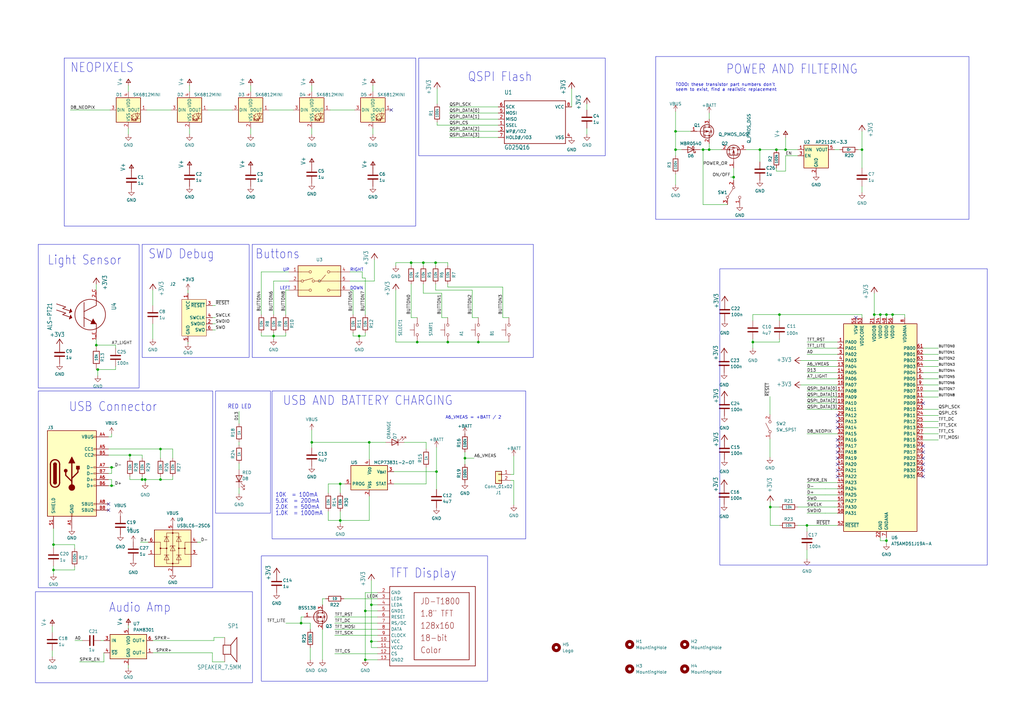
<source format=kicad_sch>
(kicad_sch (version 20231120) (generator "eeschema") (generator_version "8.0")
  (paper "User" 425.45 298.45)
  (junction (at 292.1 62.23))
  (junction (at 46.355 194.31))
  (junction (at 151.765 254))
  (junction (at 323.85 130.81))
  (junction (at 186.055 142.24))
  (junction (at 304.8 73.66))
  (junction (at 60.325 199.39))
  (junction (at 66.675 199.39))
  (junction (at 129.54 183.896))
  (junction (at 175.895 109.22))
  (junction (at 280.67 62.23))
  (junction (at 22.225 236.982))
  (junction (at 46.355 201.93))
  (junction (at 170.815 109.22))
  (junction (at 125.095 259.08))
  (junction (at 368.3 130.81))
  (junction (at 326.39 62.23))
  (junction (at 149.225 139.7))
  (junction (at 335.28 218.44))
  (junction (at 363.22 130.81))
  (junction (at 154.305 266.7))
  (junction (at 315.722 62.23))
  (junction (at 280.67 54.61))
  (junction (at 180.975 109.22))
  (junction (at 40.64 153.67))
  (junction (at 370.84 130.81))
  (junction (at 368.3 224.79))
  (junction (at 358.14 62.23))
  (junction (at 154.305 251.46))
  (junction (at 59.055 199.39))
  (junction (at 66.675 186.69))
  (junction (at 151.765 274.32))
  (junction (at 141.351 201.168))
  (junction (at 141.351 216.408))
  (junction (at 322.58 62.23))
  (junction (at 294.64 62.23))
  (junction (at 365.76 130.81))
  (junction (at 173.355 142.24))
  (junction (at 153.416 183.896))
  (junction (at 198.755 142.24))
  (junction (at 40.005 143.51))
  (junction (at 320.04 210.82))
  (junction (at 193.167 190.5))
  (junction (at 312.801 142.24))
  (junction (at 22.225 226.441))
  (junction (at 53.975 189.23))
  (junction (at 181.356 196.088))
  (junction (at 113.665 139.7))
  (no_connect (at 355.6 132.08))
  (no_connect (at 347.98 187.96))
  (no_connect (at 347.98 198.12))
  (no_connect (at 383.54 187.96))
  (no_connect (at 347.98 182.88))
  (no_connect (at 162.56 45.72))
  (no_connect (at 347.98 172.72))
  (no_connect (at 347.98 185.42))
  (no_connect (at 45.085 209.55))
  (no_connect (at 383.54 198.12))
  (no_connect (at 347.98 195.58))
  (no_connect (at 347.98 175.26))
  (no_connect (at 383.54 193.04))
  (no_connect (at 383.54 190.5))
  (no_connect (at 383.54 185.42))
  (no_connect (at 347.98 177.8))
  (no_connect (at 347.98 190.5))
  (no_connect (at 347.98 193.04))
  (no_connect (at 383.54 167.64))
  (no_connect (at 45.085 212.09))
  (no_connect (at 383.54 195.58))
  (wire (pts (xy 280.67 76.835) (xy 280.67 72.39)) (stroke (width 0.1524)))
  (wire (pts (xy 198.755 142.24) (xy 211.455 142.24)) (stroke (width 0.1524)))
  (wire (pts (xy 326.39 64.77) (xy 326.39 71.12)))
  (wire (pts (xy 383.54 144.78) (xy 389.89 144.78)))
  (wire (pts (xy 370.84 130.81) (xy 370.84 132.08)))
  (wire (pts (xy 175.895 109.22) (xy 175.895 110.49)))
  (wire (pts (xy 146.685 120.65) (xy 146.685 130.81)))
  (wire (pts (xy 125.095 259.08) (xy 118.745 259.08)) (stroke (width 0.1524)))
  (wire (pts (xy 326.39 62.23) (xy 331.47 62.23)))
  (wire (pts (xy 183.515 132.08) (xy 186.055 132.08)) (stroke (width 0.1524)))
  (wire (pts (xy 129.54 183.896) (xy 153.416 183.896)))
  (wire (pts (xy 145.415 116.84) (xy 155.575 116.84)))
  (wire (pts (xy 375.92 130.81) (xy 375.92 132.08)))
  (wire (pts (xy 29.21 45.72) (xy 45.72 45.72)))
  (wire (pts (xy 167.894 183.896) (xy 177.038 183.896)))
  (wire (pts (xy 154.305 251.46) (xy 154.305 241.3)) (stroke (width 0.1524)))
  (wire (pts (xy 45.085 186.69) (xy 66.675 186.69)))
  (wire (pts (xy 120.015 120.65) (xy 118.745 120.65)))
  (wire (pts (xy 183.515 121.92) (xy 183.515 132.08)))
  (wire (pts (xy 146.685 138.43) (xy 146.685 139.7)))
  (wire (pts (xy 136.398 216.408) (xy 141.351 216.408)))
  (wire (pts (xy 30.988 235.712) (xy 30.988 236.982)))
  (wire (pts (xy 63.5 120.65) (xy 63.5 127)) (stroke (width 0.1524)))
  (wire (pts (xy 196.215 120.65) (xy 196.215 132.08)))
  (wire (pts (xy 45.085 194.31) (xy 46.355 194.31)))
  (wire (pts (xy 78.105 142.24) (xy 78.105 142.875)))
  (wire (pts (xy 136.398 201.168) (xy 136.398 204.978)))
  (wire (pts (xy 309.88 62.23) (xy 315.722 62.23)) (stroke (width 0.1524)))
  (wire (pts (xy 365.76 130.81) (xy 368.3 130.81)))
  (wire (pts (xy 312.801 130.81) (xy 312.801 133.35)))
  (wire (pts (xy 30.988 228.092) (xy 30.988 226.441)))
  (wire (pts (xy 243.84 43.18) (xy 243.84 45.72)) (stroke (width 0.1524)))
  (wire (pts (xy 143.256 201.168) (xy 141.351 201.168)))
  (wire (pts (xy 304.8 73.66) (xy 304.8 74.93)))
  (wire (pts (xy 154.305 266.7) (xy 154.305 269.24)) (stroke (width 0.1524)))
  (wire (pts (xy 164.465 109.22) (xy 164.465 110.49)))
  (wire (pts (xy 280.67 54.61) (xy 287.02 54.61)) (stroke (width 0.1524)))
  (wire (pts (xy 383.54 162.56) (xy 389.89 162.56)))
  (wire (pts (xy 347.98 162.56) (xy 335.28 162.56)) (stroke (width 0.1524)))
  (wire (pts (xy 335.28 228.6) (xy 335.28 232.41)))
  (wire (pts (xy 150.495 115.57) (xy 151.765 115.57)))
  (wire (pts (xy 335.28 157.48) (xy 347.98 157.48)))
  (wire (pts (xy 45.085 189.23) (xy 53.975 189.23)))
  (wire (pts (xy 319.913 164.846) (xy 319.913 172.339)))
  (wire (pts (xy 129.54 53.34) (xy 129.54 55.88)))
  (wire (pts (xy 46.355 201.93) (xy 47.625 201.93)))
  (wire (pts (xy 118.745 139.7) (xy 118.745 138.43)))
  (wire (pts (xy 368.3 224.79) (xy 368.3 226.06)))
  (wire (pts (xy 342.9 203.2) (xy 347.98 203.2)))
  (wire (pts (xy 175.895 109.22) (xy 180.975 109.22)) (stroke (width 0.1524)))
  (wire (pts (xy 46.355 196.85) (xy 46.355 194.31)))
  (wire (pts (xy 193.167 190.5) (xy 193.167 193.04)))
  (wire (pts (xy 45.085 199.39) (xy 46.355 199.39)))
  (wire (pts (xy 326.39 64.77) (xy 331.47 64.77)))
  (wire (pts (xy 104.14 53.34) (xy 104.14 55.88)))
  (wire (pts (xy 99.314 176.149) (xy 99.314 171.069)) (stroke (width 0.1524)))
  (wire (pts (xy 53.34 53.34) (xy 53.34 55.88)))
  (wire (pts (xy 383.54 149.86) (xy 389.89 149.86)))
  (wire (pts (xy 150.495 115.57) (xy 150.495 113.03)))
  (wire (pts (xy 280.67 46.355) (xy 280.67 54.61)) (stroke (width 0.1524)))
  (wire (pts (xy 180.975 118.11) (xy 180.975 120.65)))
  (wire (pts (xy 53.975 198.12) (xy 53.975 199.39)))
  (wire (pts (xy 356.489 62.23) (xy 358.14 62.23)))
  (wire (pts (xy 53.975 199.39) (xy 59.055 199.39)))
  (wire (pts (xy 208.915 132.08) (xy 211.455 132.08)) (stroke (width 0.1524)))
  (wire (pts (xy 347.98 147.32) (xy 335.28 147.32)) (stroke (width 0.1524)))
  (wire (pts (xy 142.875 248.92) (xy 156.845 248.92)) (stroke (width 0.1524)))
  (wire (pts (xy 53.975 189.23) (xy 53.975 190.5)))
  (wire (pts (xy 358.14 62.23) (xy 358.14 69.85)) (stroke (width 0.1524)))
  (wire (pts (xy 294.64 46.99) (xy 294.64 49.53)) (stroke (width 0.1524)))
  (wire (pts (xy 207.01 44.45) (xy 186.69 44.45)) (stroke (width 0.1524)))
  (wire (pts (xy 346.71 210.82) (xy 347.98 210.82)))
  (wire (pts (xy 323.85 210.82) (xy 320.04 210.82)))
  (wire (pts (xy 156.845 264.16) (xy 139.065 264.16)) (stroke (width 0.1524)))
  (wire (pts (xy 145.415 120.65) (xy 146.685 120.65)))
  (wire (pts (xy 320.04 218.44) (xy 323.85 218.44)))
  (wire (pts (xy 213.487 199.771) (xy 213.487 209.931)) (stroke (width 0.1524)))
  (wire (pts (xy 99.314 183.769) (xy 99.314 185.039)))
  (wire (pts (xy 133.985 248.92) (xy 135.255 248.92)))
  (wire (pts (xy 196.215 132.08) (xy 198.755 132.08)) (stroke (width 0.1524)))
  (wire (pts (xy 43.18 275.209) (xy 33.02 275.209)))
  (wire (pts (xy 323.85 130.81) (xy 358.14 130.81)))
  (wire (pts (xy 46.355 181.61) (xy 46.355 180.34)))
  (wire (pts (xy 186.055 142.24) (xy 198.755 142.24)) (stroke (width 0.1524)))
  (wire (pts (xy 22.225 235.331) (xy 22.225 236.982)))
  (wire (pts (xy 41.91 266.319) (xy 43.18 266.319)))
  (wire (pts (xy 163.576 196.088) (xy 181.356 196.088)))
  (wire (pts (xy 66.675 199.39) (xy 71.755 199.39)))
  (wire (pts (xy 53.34 259.969) (xy 53.34 261.239)))
  (wire (pts (xy 368.3 130.81) (xy 368.3 132.08)))
  (wire (pts (xy 320.04 218.44) (xy 320.04 210.82)))
  (wire (pts (xy 60.96 45.72) (xy 71.12 45.72)))
  (wire (pts (xy 64.77 271.399) (xy 88.265 271.399)))
  (wire (pts (xy 78.105 120.65) (xy 78.105 121.92)))
  (wire (pts (xy 177.038 183.896) (xy 177.038 186.69)))
  (wire (pts (xy 113.665 116.84) (xy 120.015 116.84)))
  (wire (pts (xy 335.28 170.18) (xy 347.98 170.18)) (stroke (width 0.1524)))
  (wire (pts (xy 335.28 203.2) (xy 342.9 203.2)) (stroke (width 0.1524)))
  (wire (pts (xy 22.225 219.71) (xy 22.225 226.441)))
  (wire (pts (xy 108.585 113.03) (xy 108.585 130.81)))
  (wire (pts (xy 193.167 187.96) (xy 193.167 190.5)))
  (wire (pts (xy 136.398 201.168) (xy 141.351 201.168)))
  (wire (pts (xy 383.54 180.34) (xy 389.89 180.34)))
  (wire (pts (xy 156.845 251.46) (xy 154.305 251.46)) (stroke (width 0.1524)))
  (wire (pts (xy 175.895 121.92) (xy 183.515 121.92)))
  (wire (pts (xy 193.167 190.5) (xy 196.977 190.5)))
  (wire (pts (xy 155.575 116.84) (xy 155.575 107.95)))
  (wire (pts (xy 45.085 196.85) (xy 46.355 196.85)))
  (wire (pts (xy 186.69 46.99) (xy 207.01 46.99)) (stroke (width 0.1524)))
  (wire (pts (xy 133.985 251.46) (xy 133.985 248.92)) (stroke (width 0.1524)))
  (wire (pts (xy 151.765 246.38) (xy 156.845 246.38)) (stroke (width 0.1524)))
  (wire (pts (xy 48.006 152.4) (xy 48.006 153.67)))
  (wire (pts (xy 335.28 218.44) (xy 335.28 220.98)))
  (wire (pts (xy 136.398 212.598) (xy 136.398 216.408)))
  (wire (pts (xy 141.351 201.168) (xy 141.351 204.978)))
  (wire (pts (xy 104.14 35.56) (xy 104.14 38.1)))
  (wire (pts (xy 212.217 197.231) (xy 213.487 197.231)))
  (wire (pts (xy 156.845 254) (xy 151.765 254)) (stroke (width 0.1524)))
  (wire (pts (xy 66.675 186.69) (xy 71.755 186.69)))
  (wire (pts (xy 71.755 186.69) (xy 71.755 190.5)))
  (wire (pts (xy 149.225 139.7) (xy 151.765 139.7)))
  (wire (pts (xy 128.905 261.62) (xy 128.905 259.08)) (stroke (width 0.1524)))
  (wire (pts (xy 365.76 223.52) (xy 365.76 224.79)))
  (wire (pts (xy 59.055 198.12) (xy 59.055 199.39)))
  (wire (pts (xy 45.085 181.61) (xy 46.355 181.61)))
  (wire (pts (xy 181.356 185.928) (xy 181.356 196.088)))
  (wire (pts (xy 342.9 213.36) (xy 347.98 213.36)))
  (wire (pts (xy 365.76 224.79) (xy 368.3 224.79)))
  (wire (pts (xy 53.34 276.479) (xy 53.34 277.749)))
  (wire (pts (xy 120.015 113.03) (xy 108.585 113.03)))
  (wire (pts (xy 151.765 138.43) (xy 151.765 139.7)))
  (wire (pts (xy 129.54 35.56) (xy 129.54 38.1)))
  (wire (pts (xy 290.83 62.23) (xy 292.1 62.23)))
  (wire (pts (xy 383.54 152.4) (xy 389.89 152.4)))
  (wire (pts (xy 181.61 50.8) (xy 181.61 52.07)))
  (wire (pts (xy 153.416 183.896) (xy 160.274 183.896)))
  (wire (pts (xy 137.16 45.72) (xy 147.32 45.72)))
  (wire (pts (xy 322.58 62.23) (xy 326.39 62.23)) (stroke (width 0.1524)))
  (wire (pts (xy 40.64 153.67) (xy 40.005 153.67)))
  (wire (pts (xy 63.5 266.319) (xy 88.9 266.319)) (stroke (width 0.1524)))
  (wire (pts (xy 139.065 261.62) (xy 156.845 261.62)) (stroke (width 0.1524)))
  (wire (pts (xy 342.9 205.74) (xy 347.98 205.74)))
  (wire (pts (xy 347.98 180.34) (xy 335.28 180.34)) (stroke (width 0.1524)))
  (wire (pts (xy 141.351 216.408) (xy 141.351 217.678)) (stroke (width 0.1524)))
  (wire (pts (xy 180.975 109.22) (xy 186.055 109.22)) (stroke (width 0.1524)))
  (wire (pts (xy 108.585 138.43) (xy 108.585 139.7)))
  (wire (pts (xy 177.038 201.168) (xy 177.038 194.31)))
  (wire (pts (xy 207.01 49.53) (xy 186.69 49.53)) (stroke (width 0.1524)))
  (wire (pts (xy 326.39 71.12) (xy 322.58 71.12)))
  (wire (pts (xy 170.815 109.22) (xy 175.895 109.22)) (stroke (width 0.1524)))
  (wire (pts (xy 181.356 203.454) (xy 181.356 196.088)))
  (wire (pts (xy 186.055 109.22) (xy 186.055 110.49)) (stroke (width 0.1524)))
  (wire (pts (xy 113.665 139.7) (xy 113.665 140.97)))
  (wire (pts (xy 383.54 147.32) (xy 389.89 147.32)))
  (wire (pts (xy 180.975 109.22) (xy 180.975 110.49)))
  (wire (pts (xy 133.985 261.62) (xy 133.985 274.32)) (stroke (width 0.1524)))
  (wire (pts (xy 335.28 144.78) (xy 347.98 144.78)) (stroke (width 0.1524)))
  (wire (pts (xy 156.845 274.32) (xy 151.765 274.32)) (stroke (width 0.1524)))
  (wire (pts (xy 332.74 160.02) (xy 347.98 160.02)) (stroke (width 0.1524)))
  (wire (pts (xy 88.265 271.399) (xy 88.265 275.209)) (stroke (width 0.1524)))
  (wire (pts (xy 21.717 270.51) (xy 21.717 273.05)) (stroke (width 0.1524)))
  (wire (pts (xy 304.8 69.85) (xy 304.8 73.66)))
  (wire (pts (xy 156.845 266.7) (xy 154.305 266.7)) (stroke (width 0.1524)))
  (wire (pts (xy 63.5 271.399) (xy 64.77 271.399)) (stroke (width 0.1524)))
  (wire (pts (xy 88.9 265.049) (xy 93.345 265.049)) (stroke (width 0.1524)))
  (wire (pts (xy 113.665 139.7) (xy 118.745 139.7)))
  (wire (pts (xy 170.815 109.22) (xy 164.465 109.22)))
  (wire (pts (xy 88.265 127) (xy 89.535 127)))
  (wire (pts (xy 280.67 54.61) (xy 280.67 62.23)) (stroke (width 0.1524)))
  (wire (pts (xy 46.355 199.39) (xy 46.355 201.93)))
  (wire (pts (xy 78.74 35.56) (xy 78.74 38.1)))
  (wire (pts (xy 335.28 218.44) (xy 347.98 218.44)))
  (wire (pts (xy 294.64 59.69) (xy 294.64 62.23)) (stroke (width 0.1524)))
  (wire (pts (xy 151.765 274.32) (xy 151.765 254)) (stroke (width 0.1524)))
  (wire (pts (xy 146.685 139.7) (xy 149.225 139.7)))
  (wire (pts (xy 331.47 210.82) (xy 335.28 210.82)))
  (wire (pts (xy 335.28 200.66) (xy 347.98 200.66)))
  (wire (pts (xy 292.1 62.23) (xy 294.64 62.23)) (stroke (width 0.1524)))
  (wire (pts (xy 365.76 130.81) (xy 365.76 132.08)))
  (wire (pts (xy 170.815 118.11) (xy 170.815 132.08)))
  (wire (pts (xy 315.722 62.23) (xy 322.58 62.23)) (stroke (width 0.1524)))
  (wire (pts (xy 141.351 212.598) (xy 141.351 216.408)) (stroke (width 0.1524)))
  (wire (pts (xy 370.84 130.81) (xy 375.92 130.81)))
  (wire (pts (xy 346.71 210.82) (xy 335.28 210.82)) (stroke (width 0.1524)))
  (wire (pts (xy 323.85 130.81) (xy 323.85 133.35)))
  (wire (pts (xy 368.3 223.52) (xy 368.3 224.79)))
  (wire (pts (xy 175.895 118.11) (xy 175.895 121.92)))
  (wire (pts (xy 88.265 134.62) (xy 89.535 134.62)))
  (wire (pts (xy 207.01 52.07) (xy 181.61 52.07)) (stroke (width 0.1524)))
  (wire (pts (xy 383.54 177.8) (xy 389.89 177.8)))
  (wire (pts (xy 40.64 156.21) (xy 40.64 153.67)))
  (wire (pts (xy 292.1 62.23) (xy 292.1 85.09)) (stroke (width 0.1524)))
  (wire (pts (xy 60.325 199.39) (xy 60.325 200.66)))
  (wire (pts (xy 358.14 77.47) (xy 358.14 80.01)) (stroke (width 0.1524)))
  (wire (pts (xy 212.217 199.771) (xy 213.487 199.771)))
  (wire (pts (xy 53.975 189.23) (xy 59.055 189.23)))
  (wire (pts (xy 383.54 160.02) (xy 389.89 160.02)))
  (wire (pts (xy 30.988 236.982) (xy 22.225 236.982)))
  (wire (pts (xy 322.58 71.12) (xy 322.58 69.85)))
  (wire (pts (xy 335.28 208.28) (xy 347.98 208.28)) (stroke (width 0.1524)))
  (wire (pts (xy 53.34 35.56) (xy 53.34 38.1)))
  (wire (pts (xy 59.055 199.39) (xy 60.325 199.39)))
  (wire (pts (xy 40.005 120.65) (xy 40.005 118.11)) (stroke (width 0.1524)))
  (wire (pts (xy 88.265 275.209) (xy 93.345 275.209)) (stroke (width 0.1524)))
  (wire (pts (xy 163.576 201.168) (xy 177.038 201.168)))
  (wire (pts (xy 154.94 35.56) (xy 154.94 38.1)))
  (wire (pts (xy 213.487 197.231) (xy 213.487 189.611)) (stroke (width 0.1524)))
  (wire (pts (xy 383.54 175.26) (xy 389.89 175.26)))
  (wire (pts (xy 363.22 130.81) (xy 363.22 132.08)))
  (wire (pts (xy 335.28 165.1) (xy 347.98 165.1)) (stroke (width 0.1524)))
  (wire (pts (xy 153.416 191.008) (xy 153.416 183.896)))
  (wire (pts (xy 128.905 269.24) (xy 128.905 274.32)) (stroke (width 0.1524)))
  (wire (pts (xy 368.3 130.81) (xy 370.84 130.81)))
  (wire (pts (xy 99.314 202.819) (xy 99.314 205.359)) (stroke (width 0.1524)))
  (wire (pts (xy 88.265 137.16) (xy 89.535 137.16)))
  (wire (pts (xy 22.225 226.441) (xy 22.225 227.711)))
  (wire (pts (xy 43.18 271.399) (xy 43.18 275.209)))
  (wire (pts (xy 363.22 130.81) (xy 365.76 130.81)))
  (wire (pts (xy 346.71 62.23) (xy 348.869 62.23)))
  (wire (pts (xy 86.36 45.72) (xy 96.52 45.72)))
  (wire (pts (xy 40.005 143.51) (xy 48.006 143.51)) (stroke (width 0.1524)))
  (wire (pts (xy 128.905 259.08) (xy 125.095 259.08)) (stroke (width 0.1524)))
  (wire (pts (xy 383.54 154.94) (xy 389.89 154.94)))
  (wire (pts (xy 323.85 142.24) (xy 312.801 142.24)))
  (wire (pts (xy 331.47 218.44) (xy 335.28 218.44)))
  (wire (pts (xy 153.416 206.248) (xy 153.416 216.408)))
  (wire (pts (xy 304.8 73.66) (xy 303.53 73.66)))
  (wire (pts (xy 383.54 157.48) (xy 389.89 157.48)))
  (wire (pts (xy 88.9 266.319) (xy 88.9 265.049)) (stroke (width 0.1524)))
  (wire (pts (xy 383.54 165.1) (xy 389.89 165.1)))
  (wire (pts (xy 46.355 194.31) (xy 47.625 194.31)))
  (wire (pts (xy 323.85 140.97) (xy 323.85 142.24)))
  (wire (pts (xy 60.325 199.39) (xy 66.675 199.39)))
  (wire (pts (xy 21.717 260.35) (xy 21.717 262.89)) (stroke (width 0.1524)))
  (wire (pts (xy 153.416 216.408) (xy 141.351 216.408)))
  (wire (pts (xy 302.26 85.09) (xy 292.1 85.09)))
  (wire (pts (xy 180.975 120.65) (xy 196.215 120.65)))
  (wire (pts (xy 45.085 201.93) (xy 46.355 201.93)))
  (wire (pts (xy 335.28 142.24) (xy 347.98 142.24)) (stroke (width 0.1524)))
  (wire (pts (xy 383.54 172.72) (xy 389.89 172.72)))
  (wire (pts (xy 358.14 130.81) (xy 358.14 132.08)))
  (wire (pts (xy 315.722 62.23) (xy 315.722 67.31)))
  (wire (pts (xy 99.314 192.659) (xy 99.314 195.199)) (stroke (width 0.1524)))
  (wire (pts (xy 58.293 225.425) (xy 61.595 225.425)))
  (wire (pts (xy 320.04 208.661) (xy 320.04 210.82)))
  (wire (pts (xy 150.495 113.03) (xy 145.415 113.03)))
  (wire (pts (xy 129.54 178.816) (xy 129.54 183.896)))
  (wire (pts (xy 126.365 256.54) (xy 125.095 256.54)))
  (wire (pts (xy 113.665 116.84) (xy 113.665 130.81)))
  (wire (pts (xy 237.49 36.83) (xy 237.49 44.45)) (stroke (width 0.1524)))
  (wire (pts (xy 326.39 57.15) (xy 326.39 62.23)) (stroke (width 0.1524)))
  (wire (pts (xy 164.465 142.24) (xy 173.355 142.24)) (stroke (width 0.1524)))
  (wire (pts (xy 139.065 256.54) (xy 156.845 256.54)) (stroke (width 0.1524)))
  (wire (pts (xy 154.305 269.24) (xy 156.845 269.24)) (stroke (width 0.1524)))
  (wire (pts (xy 81.915 225.425) (xy 83.439 225.425)))
  (wire (pts (xy 243.84 55.88) (xy 243.84 53.34)) (stroke (width 0.1524)))
  (wire (pts (xy 22.225 236.982) (xy 22.225 238.633)))
  (wire (pts (xy 154.305 266.7) (xy 154.305 251.46)) (stroke (width 0.1524)))
  (wire (pts (xy 335.28 152.4) (xy 347.98 152.4)))
  (wire (pts (xy 30.988 226.441) (xy 22.225 226.441)))
  (wire (pts (xy 40.64 153.67) (xy 48.006 153.67)))
  (wire (pts (xy 173.355 142.24) (xy 186.055 142.24)) (stroke (width 0.1524)))
  (wire (pts (xy 88.265 132.08) (xy 89.535 132.08)))
  (wire (pts (xy 280.67 62.23) (xy 283.21 62.23)))
  (wire (pts (xy 151.765 115.57) (xy 151.765 130.81)))
  (wire (pts (xy 108.585 139.7) (xy 113.665 139.7)))
  (wire (pts (xy 66.675 198.12) (xy 66.675 199.39)))
  (wire (pts (xy 31.115 266.319) (xy 34.29 266.319)))
  (wire (pts (xy 181.61 36.83) (xy 181.61 43.18)) (stroke (width 0.1524)))
  (wire (pts (xy 48.006 143.51) (xy 48.006 144.78)))
  (wire (pts (xy 149.225 139.7) (xy 149.225 140.97)))
  (wire (pts (xy 342.9 213.36) (xy 335.28 213.36)) (stroke (width 0.1524)))
  (wire (pts (xy 78.74 53.34) (xy 78.74 55.88)))
  (wire (pts (xy 312.801 142.24) (xy 312.801 144.78)))
  (wire (pts (xy 363.22 121.92) (xy 363.22 130.81)))
  (wire (pts (xy 358.14 54.61) (xy 358.14 62.23)) (stroke (width 0.1524)))
  (wire (pts (xy 332.74 149.86) (xy 347.98 149.86)) (stroke (width 0.1524)))
  (wire (pts (xy 319.913 190.119) (xy 319.913 182.499)) (stroke (width 0.1524)))
  (wire (pts (xy 164.465 120.65) (xy 164.465 142.24)) (stroke (width 0.1524)))
  (wire (pts (xy 170.815 132.08) (xy 173.355 132.08)) (stroke (width 0.1524)))
  (wire (pts (xy 129.54 186.182) (xy 129.54 183.896)))
  (wire (pts (xy 111.76 45.72) (xy 121.92 45.72)))
  (wire (pts (xy 186.69 57.15) (xy 207.01 57.15)) (stroke (width 0.1524)))
  (wire (pts (xy 63.5 134.62) (xy 63.5 140.97)) (stroke (width 0.1524)))
  (wire (pts (xy 118.745 120.65) (xy 118.745 130.81)))
  (wire (pts (xy 292.1 62.23) (xy 294.64 62.23)))
  (wire (pts (xy 156.845 271.78) (xy 139.065 271.78)) (stroke (width 0.1524)))
  (wire (pts (xy 154.94 53.34) (xy 154.94 55.88)))
  (wire (pts (xy 40.005 143.51) (xy 40.005 140.97)) (stroke (width 0.1524)))
  (wire (pts (xy 186.055 119.38) (xy 208.915 119.38)))
  (wire (pts (xy 186.055 118.11) (xy 186.055 119.38)))
  (wire (pts (xy 208.915 119.38) (xy 208.915 132.08)))
  (wire (pts (xy 66.675 186.69) (xy 66.675 190.5)))
  (wire (pts (xy 383.54 182.88) (xy 389.89 182.88)))
  (wire (pts (xy 139.065 259.08) (xy 156.845 259.08)) (stroke (width 0.1524)))
  (wire (pts (xy 335.28 154.94) (xy 347.98 154.94)))
  (wire (pts (xy 312.801 130.81) (xy 323.85 130.81)))
  (wire (pts (xy 312.801 142.24) (xy 312.801 140.97)))
  (wire (pts (xy 207.01 54.61) (xy 186.69 54.61)) (stroke (width 0.1524)))
  (wire (pts (xy 294.64 62.23) (xy 299.72 62.23)) (stroke (width 0.1524)))
  (wire (pts (xy 151.765 254) (xy 151.765 246.38)) (stroke (width 0.1524)))
  (wire (pts (xy 335.28 167.64) (xy 347.98 167.64)) (stroke (width 0.1524)))
  (wire (pts (xy 113.665 138.43) (xy 113.665 139.7)))
  (wire (pts (xy 280.67 62.23) (xy 280.67 64.77)) (stroke (width 0.1524)))
  (wire (pts (xy 383.54 170.18) (xy 389.89 170.18)))
  (wire (pts (xy 71.755 198.12) (xy 71.755 199.39)))
  (wire (pts (xy 59.055 189.23) (xy 59.055 190.5)))
  (wire (pts (xy 335.28 205.74) (xy 342.9 205.74)) (stroke (width 0.1524)))
  (wire (pts (xy 170.815 109.22) (xy 170.815 110.49)))
  (wire (pts (xy 125.095 256.54) (xy 125.095 259.08)))
  (rectangle (start 108.585 231.14) (end 202.565 283.21))
  (rectangle (start 173.99 24.13) (end 251.46 64.77))
  (rectangle (start 15.875 162.56) (end 88.392 244.348))
  (rectangle (start 26.67 24.13) (end 172.72 93.98))
  (rectangle (start 104.775 101.6) (end 221.615 148.59))
  (rectangle (start 59.055 101.6) (end 103.505 148.59))
  (rectangle (start 299.085 111.76) (end 410.21 234.95))
  (rectangle (start 15.875 101.6) (end 57.785 161.29))
  (rectangle (start 272.415 23.495) (end 402.59 91.186))
  (rectangle (start 89.535 162.56) (end 112.395 213.36))
  (rectangle (start 113.03 162.56) (end 218.44 224.028))
  (rectangle (start 14.732 245.999) (end 104.902 283.845))
  (text "Light Sensor" (at 19.685 110.49 0) (effects (font (size 3.81 3.2385)) (justify left bottom)))
  (text "UP\n" (at 117.475 113.03 0) (effects (font (size 1.27 1.27)) (justify left bottom)))
  (text "QSPI Flash" (at 194.31 34.29 0) (effects (font (size 3.81 3.2385)) (justify left bottom)))
  (text "POWER AND FILTERING" (at 301.625 31.115 0) (effects (font (size 3.81 3.2385)) (justify left bottom)))
  (text "SWD Debug" (at 61.595 107.95 0) (effects (font (size 3.81 3.2385)) (justify left bottom)))
  (text "TFT Display" (at 161.925 236.22 0) (effects (font (size 3.81 3.2385)) (justify left top)))
  (text "RED LED" (at 94.615 170.18 0) (effects (font (size 1.778 1.5113)) (justify left bottom)))
  (text "Audio Amp" (at 45.212 254.889 0) (effects (font (size 3.81 3.2385)) (justify left bottom)))
  (text "USB AND BATTERY CHARGING" (at 117.475 168.91 0) (effects (font (size 3.81 3.2385)) (justify left bottom)))
  (text "5.0K  = 200mA" (at 114.427 209.423 0) (effects (font (size 1.778 1.5113)) (justify left bottom)))
  (text "A6_VMEAS = +BATT / 2" (at 185.039 174.371 0) (effects (font (size 1.27 1.27)) (justify left bottom)))
  (text "DOWN" (at 145.415 120.65 0) (effects (font (size 1.27 1.27)) (justify left bottom)))
  (text "RIGHT\n" (at 145.415 113.03 0) (effects (font (size 1.27 1.27)) (justify left bottom)))
  (text "Buttons" (at 106.045 107.95 0) (effects (font (size 3.81 3.2385)) (justify left bottom)))
  (text "10K  = 100mA" (at 114.427 206.883 0) (effects (font (size 1.778 1.5113)) (justify left bottom)))
  (text "USB Connector\n" (at 28.575 171.45 0) (effects (font (size 3.81 3.2385)) (justify left bottom)))
  (text "NEOPIXELS" (at 29.21 30.48 0) (effects (font (size 3.81 3.2385)) (justify left bottom)))
  (text "1.0K  = 1000mA" (at 114.427 214.503 0) (effects (font (size 1.778 1.5113)) (justify left bottom)))
  (text "LEFT" (at 116.205 120.65 0) (effects (font (size 1.27 1.27)) (justify left bottom)))
  (text "2.0K  = 500mA" (at 114.427 211.963 0) (effects (font (size 1.778 1.5113)) (justify left bottom)))
  (text "TODO: these transistor part numbers don't\nseem to exist, find a realistic replacement\n" (at 280.67 38.1 0) (effects (font (size 1.27 1.27)) (justify left bottom)))
  (label "SWDIO" (at 335.28 213.36 0) (effects (font (size 1.2446 1.2446))))
  (label "D+" (at 335.28 205.74 0) (effects (font (size 1.2446 1.2446))))
  (label "A0" (at 31.115 266.319 0) (effects (font (size 1.2446 1.2446))))
  (label "~{RESET}" (at 339.09 218.44 0) (effects (font (size 1.2446 1.2446))))
  (label "TFT_SCK" (at 389.89 177.8 0) (effects (font (size 1.2446 1.2446))))
  (label "BUTTON5" (at 389.89 157.48 0) (effects (font (size 1.016 1.016))))
  (label "QSPI_DATA[0]" (at 335.28 162.56 0) (effects (font (size 1.2446 1.2446))))
  (label "D-" (at 47.625 194.31 0) (effects (font (size 1.2446 1.2446))))
  (label "SPKR+" (at 64.77 271.399 0) (effects (font (size 1.2446 1.2446))))
  (label "D8_NEOPIX" (at 29.21 45.72 0) (effects (font (size 1.2446 1.2446))))
  (label "TFT_DC" (at 389.89 175.26 0) (effects (font (size 1.2446 1.2446))))
  (label "BUTTON1" (at 183.515 130.81 90) (effects (font (size 1.2446 1.2446))))
  (label "QSPI_DATA[2]" (at 335.28 167.64 0) (effects (font (size 1.2446 1.2446))))
  (label "BUTTON7" (at 389.89 162.56 0) (effects (font (size 1.016 1.016))))
  (label "D-" (at 83.439 225.425 0) (effects (font (size 1.2446 1.2446))))
  (label "SWCLK" (at 335.28 210.82 0) (effects (font (size 1.2446 1.2446))))
  (label "~{RESET}" (at 319.913 164.846 90) (effects (font (size 1.2446 1.2446))))
  (label "TFT_LITE" (at 335.28 144.78 0) (effects (font (size 1.2446 1.2446))))
  (label "TFT_MOSI" (at 389.89 182.88 0) (effects (font (size 1.2446 1.2446))))
  (label "QSPI_DATA[1]" (at 186.69 49.53 0) (effects (font (size 1.2446 1.2446))))
  (label "BUTTON4" (at 389.89 154.94 0) (effects (font (size 1.016 1.016))))
  (label "D13" (at 99.314 171.069 270) (effects (font (size 1.2446 1.2446))))
  (label "BUTTON2" (at 196.215 130.81 90) (effects (font (size 1.2446 1.2446))))
  (label "BUTTON6" (at 389.89 160.02 0) (effects (font (size 1.016 1.016))))
  (label "LEDK" (at 152.4 248.92 0) (effects (font (size 1.2446 1.2446))))
  (label "BUTTON7" (at 151.765 129.54 90))
  (label "TFT_DC" (at 139.065 259.08 0) (effects (font (size 1.2446 1.2446))))
  (label "QSPI_SCK" (at 186.69 44.45 0) (effects (font (size 1.2446 1.2446))))
  (label "QSPI_DATA[3]" (at 335.28 170.18 0) (effects (font (size 1.2446 1.2446))))
  (label "TFT_RST" (at 335.28 142.24 0) (effects (font (size 1.2446 1.2446))))
  (label "QSPI_DATA[3]" (at 186.69 57.15 0) (effects (font (size 1.2446 1.2446))))
  (label "BUTTON4" (at 108.585 129.54 90))
  (label "BUTTON2" (at 389.89 149.86 0) (effects (font (size 1.016 1.016))))
  (label "~{RESET}" (at 89.535 127 0) (effects (font (size 1.2446 1.2446))))
  (label "TFT_RST" (at 139.065 256.54 0) (effects (font (size 1.2446 1.2446))))
  (label "TFT_LITE" (at 118.745 259.08 180) (effects (font (size 1.2446 1.2446))))
  (label "QSPI_SCK" (at 389.89 170.18 0) (effects (font (size 1.2446 1.2446))))
  (label "POWER_OR" (at 292.1 68.961 0))
  (label "TFT_CS" (at 139.065 271.78 0) (effects (font (size 1.2446 1.2446))))
  (label "BUTTON0" (at 389.89 144.78 0) (effects (font (size 1.016 1.016))))
  (label "BUTTON6" (at 113.665 129.54 90))
  (label "QSPI_DATA[1]" (at 335.28 165.1 0) (effects (font (size 1.2446 1.2446))))
  (label "SWCLK" (at 89.535 132.08 0) (effects (font (size 1.2446 1.2446))))
  (label "A7_LIGHT" (at 335.28 157.48 0) (effects (font (size 1.2446 1.2446))))
  (label "QSPI_DATA[0]" (at 186.69 46.99 0) (effects (font (size 1.2446 1.2446))))
  (label "A6_VMEAS" (at 335.28 152.4 0) (effects (font (size 1.2446 1.2446))))
  (label "TFT_SCK" (at 139.065 264.16 0) (effects (font (size 1.2446 1.2446))))
  (label "BUTTON8" (at 118.745 129.54 90))
  (label "A7_LIGHT" (at 46.355 143.51 0) (effects (font (size 1.2446 1.2446))))
  (label "D8_NEOPIX" (at 335.28 180.34 0) (effects (font (size 1.2446 1.2446))))
  (label "TFT_CS" (at 389.89 180.34 0) (effects (font (size 1.2446 1.2446))))
  (label "BUTTON3" (at 389.89 152.4 0) (effects (font (size 1.016 1.016))))
  (label "D13" (at 335.28 154.94 0) (effects (font (size 1.2446 1.2446))))
  (label "SWO" (at 335.28 208.28 0) (effects (font (size 1.2446 1.2446))))
  (label "BUTTON5" (at 146.685 129.54 90))
  (label "BUTTON8" (at 389.89 165.1 0) (effects (font (size 1.016 1.016))))
  (label "D-" (at 335.28 203.2 0) (effects (font (size 1.2446 1.2446))))
  (label "TFT_MOSI" (at 139.065 261.62 0) (effects (font (size 1.2446 1.2446))))
  (label "ON/OFF" (at 303.53 73.66 180) (effects (font (size 1.2446 1.2446))))
  (label "SWDIO" (at 89.535 134.62 0) (effects (font (size 1.2446 1.2446))))
  (label "SPKR_EN" (at 335.28 200.66 0) (effects (font (size 1.2446 1.2446))))
  (label "A6_VMEAS" (at 196.977 190.5 0) (effects (font (size 1.2446 1.2446))))
  (label "BUTTON3" (at 208.915 130.81 90) (effects (font (size 1.2446 1.2446))))
  (label "QSPI_DATA[2]" (at 186.69 54.61 0) (effects (font (size 1.2446 1.2446))))
  (label "QSPI_CS" (at 186.69 52.07 0) (effects (font (size 1.2446 1.2446))))
  (label "D+" (at 47.625 201.93 0) (effects (font (size 1.2446 1.2446))))
  (label "SWO" (at 89.535 137.16 0) (effects (font (size 1.2446 1.2446))))
  (label "QSPI_CS" (at 389.89 172.72 0) (effects (font (size 1.2446 1.2446))))
  (label "SPKR_EN" (at 33.02 275.209 0) (effects (font (size 1.2446 1.2446))))
  (label "A0" (at 335.28 147.32 0) (effects (font (size 1.2446 1.2446))))
  (label "EN" (at 326.39 64.77 0) (effects (font (size 1.2446 1.2446))))
  (label "D+" (at 58.293 225.425 0) (effects (font (size 1.2446 1.2446))))
  (label "SPKR-" (at 64.135 266.319 0) (effects (font (size 1.2446 1.2446))))
  (label "BUTTON1" (at 389.89 147.32 0) (effects (font (size 1.016 1.016))))
  (label "BUTTON0" (at 170.815 130.81 90) (effects (font (size 1.2446 1.2446))))
  (symbol (lib_id "Adafruit PyBadge-eagle-import:supply1_+3V3") (at 300.863 199.517 0) (unit 1)
    (property "Reference" "#+3V014" (effects (hide yes)))
    (property "Value" "+3V3" (at 298.323 204.597 90) (effects (font (size 1.778 1.5113)) (justify left bottom)))
  )
  (symbol (lib_id "power:GND") (at 335.28 232.41 0) (unit 1)
    (property "Reference" "#PWR050" (effects (hide yes)))
    (property "Value" "GND" (at 335.28 237.49 0))
  )
  (symbol (lib_id "power:+BATT") (at 193.167 180.34 0) (unit 1)
    (property "Reference" "#PWR036" (effects (hide yes)))
    (property "Value" "+BATT" (at 193.167 177.165 0))
  )
  (symbol (lib_id "Device:C") (at 129.54 189.992 0) (unit 1)
    (property "Reference" "C13" (at 132.08 188.722 0) (effects (justify left)))
    (property "Value" "4u7" (at 132.08 191.262 0) (effects (justify left)))
    (property "Footprint" "Capacitor_SMD:C_0805_2012Metric_Pad1.18x1.45mm_HandSolder" (effects (hide yes)))
    (property "Part Number" "1276-1244-1-ND" (effects (hide yes)))
    (property "Manufacturer" "Samsung Electro-Mechanics" (effects (hide yes)))
    (property "Manufacturer Part Number" "CL21A475KAQNNNE" (effects (hide yes)))
    (property "Package" "0805" (effects (hide yes)))
  )
  (symbol (lib_id "power:GND") (at 213.487 209.931 0) (unit 1)
    (property "Reference" "#PWR019" (effects (hide yes)))
    (property "Value" "GND" (at 213.487 214.376 0))
  )
  (symbol (lib_id "Device:R") (at 352.679 62.23 270) (unit 1)
    (property "Reference" "R20" (at 352.806 64.643 90))
    (property "Value" "0r" (at 352.679 62.23 90) (effects (font (size 1 1))))
    (property "Footprint" "Resistor_SMD:R_0603_1608Metric_Pad0.98x0.95mm_HandSolder" (effects (hide yes)))
    (property "Part Number" "311-0.0GRCT-ND" (effects (hide yes)))
    (property "Manufacturer" "YAGEO" (effects (hide yes)))
    (property "Manufacturer Part Number" "RC0603JR-070RL" (effects (hide yes)))
    (property "Package" "0603" (effects (hide yes)))
  )
  (symbol (lib_id "power:+BATT") (at 294.64 46.99 0) (unit 1)
    (property "Reference" "#PWR06" (effects (hide yes)))
    (property "Value" "+BATT" (at 294.64 43.815 0))
  )
  (symbol (lib_id "Adafruit PyBadge-eagle-import:V+") (at 154.94 67.31 0) (unit 1)
    (property "Reference" "#P+013" (effects (hide yes)))
    (property "Value" "V+" (at 152.4 69.85 90) (effects (font (size 1.778 1.5113)) (justify left bottom)))
  )
  (symbol (lib_id "Mechanical:MountingHole") (at 284.48 278.13 0) (unit 1)
    (property "Reference" "H4" (at 287.02 276.86 0) (effects (justify left)))
    (property "Value" "MountingHole" (at 287.02 279.4 0) (effects (justify left)))
    (property "Footprint" "MountingHole:MountingHole_3mm_Pad" (effects (hide yes)))
  )
  (symbol (lib_id "power:GND") (at 312.801 144.78 0) (unit 1)
    (property "Reference" "#PWR033" (effects (hide yes)))
    (property "Value" "GND" (at 312.801 149.86 0))
  )
  (symbol (lib_id "Adafruit PyBadge-eagle-import:supply1_+3V3") (at 154.305 238.76 0) (unit 1)
    (property "Reference" "#+3V015" (effects (hide yes)))
    (property "Value" "+3V3" (at 151.765 243.84 90) (effects (font (size 1.778 1.5113)) (justify left bottom)))
  )
  (symbol (lib_id "power:GND") (at 63.5 140.97 0) (unit 1)
    (property "Reference" "#PWR024" (effects (hide yes)))
    (property "Value" "GND" (at 63.5 145.415 0))
  )
  (symbol (lib_id "MCU_Microchip_SAMD:ATSAMD51J19A-A") (at 365.76 177.8 0) (unit 1)
    (property "Reference" "U6" (at 370.2559 223.52 0) (effects (justify left)))
    (property "Value" "ATSAMD51J19A-A" (at 370.2559 226.06 0) (effects (justify left)))
    (property "Footprint" "Package_QFP:TQFP-64_10x10mm_P0.5mm" (effects (hide yes)))
    (property "Datasheet" "http://ww1.microchip.com/downloads/en/DeviceDoc/60001507E.pdf" (effects (hide yes)))
    (property "Part Number" "ATSAMD51J19A-AUTCT-ND" (effects (hide yes)))
    (property "Manufacturer" "Microchip Technology" (effects (hide yes)))
    (property "Manufacturer Part Number" "ATSAMD51J19A-AUT" (effects (hide yes)))
    (property "Package" "TQFP-64" (effects (hide yes)))
  )
  (symbol (lib_id "Device:R") (at 180.975 114.3 180) (unit 1)
    (property "Reference" "R6" (at 183.515 114.3 90))
    (property "Value" "10k" (at 180.975 114.3 90) (effects (font (size 1 1))))
    (property "Footprint" "Resistor_SMD:R_0603_1608Metric_Pad0.98x0.95mm_HandSolder" (effects (hide yes)))
    (property "Part Number" "311-10.0KHRCT-ND" (effects (hide yes)))
    (property "Manufacturer" "YAGEO" (effects (hide yes)))
    (property "Manufacturer Part Number" "RC0603FR-0710KL" (effects (hide yes)))
    (property "Package" "0603" (effects (hide yes)))
  )
  (symbol (lib_id "Device:C") (at 104.14 73.66 0) (unit 1)
    (property "Reference" "C3" (at 106.68 72.39 0) (effects (justify left)))
    (property "Value" "1u" (at 106.68 74.93 0) (effects (justify left)))
    (property "Footprint" "Capacitor_SMD:C_0805_2012Metric_Pad1.18x1.45mm_HandSolder" (effects (hide yes)))
    (property "Part Number" "1276-1066-1-ND" (effects (hide yes)))
    (property "Manufacturer" "Samsung Electro-Mechanics" (effects (hide yes)))
    (property "Manufacturer Part Number" "CL21B105KAFNNNE" (effects (hide yes)))
    (property "Package" "0805" (effects (hide yes)))
  )
  (symbol (lib_id "LED:SK6812MINI") (at 129.54 45.72 0) (unit 1)
    (property "Reference" "D4" (at 125.73 39.37 0))
    (property "Value" "SK6812MINI" (at 137.16 39.37 0))
    (property "Footprint" "LED_SMD:LED_SK6812MINI_PLCC4_3.5x3.5mm_P1.75mm" (effects (hide yes)))
    (property "Datasheet" "https://cdn-shop.adafruit.com/product-files/2686/SK6812MINI_REV.01-1-2.pdf" (effects (hide yes)))
    (property "Manufacturer" "Adafruit Industries LLC" (effects (hide yes)))
    (property "Manufacturer Part Number" "2659" (effects (hide yes)))
    (property "Package" "SMD" (effects (hide yes)))
    (property "Part Number" "1528-1542-ND" (effects (hide yes)))
  )
  (symbol (lib_id "power:+BATT") (at 181.356 185.928 0) (unit 1)
    (property "Reference" "#PWR034" (effects (hide yes)))
    (property "Value" "+BATT" (at 181.356 182.753 0))
  )
  (symbol (lib_id "power:GND") (at 78.74 77.47 0) (unit 1)
    (property "Reference" "#PWR02" (effects (hide yes)))
    (property "Value" "GND" (at 78.74 81.915 0))
  )
  (symbol (lib_id "sycl-badge:5_position_tactile") (at 132.715 116.84 0) (unit 1)
    (property "Reference" "U3" (at 132.715 107.95 0))
    (property "Value" "~" (at 132.715 116.84 0))
    (property "Footprint" "sycl-badge:2425755-1" (effects (hide yes)))
    (property "Part Number" "450-2425755-1CT-ND" (effects (hide yes)))
    (property "Manufacturer" "TE Connectivity ALCOSWITCH Switches" (effects (hide yes)))
    (property "Manufacturer Part Number" "2425755-1" (effects (hide yes)))
    (property "Package" "SMD" (effects (hide yes)))
  )
  (symbol (lib_id "Device:R") (at 151.765 134.62 180) (unit 1)
    (property "Reference" "R12" (at 154.305 134.62 90))
    (property "Value" "10k" (at 151.765 134.62 90) (effects (font (size 1 1))))
    (property "Footprint" "Resistor_SMD:R_0603_1608Metric_Pad0.98x0.95mm_HandSolder" (effects (hide yes)))
    (property "Part Number" "311-10.0KHRCT-ND" (effects (hide yes)))
    (property "Manufacturer" "YAGEO" (effects (hide yes)))
    (property "Manufacturer Part Number" "RC0603FR-0710KL" (effects (hide yes)))
    (property "Package" "0603" (effects (hide yes)))
  )
  (symbol (lib_id "Adafruit PyBadge-eagle-import:V+") (at 154.94 33.02 0) (unit 1)
    (property "Reference" "#P+05" (effects (hide yes)))
    (property "Value" "V+" (at 152.4 35.56 90) (effects (font (size 1.778 1.5113)) (justify left bottom)))
  )
  (symbol (lib_id "Device:C") (at 78.74 73.66 0) (unit 1)
    (property "Reference" "C2" (at 81.28 72.39 0) (effects (justify left)))
    (property "Value" "1u" (at 81.28 74.93 0) (effects (justify left)))
    (property "Footprint" "Capacitor_SMD:C_0805_2012Metric_Pad1.18x1.45mm_HandSolder" (effects (hide yes)))
    (property "Part Number" "1276-1066-1-ND" (effects (hide yes)))
    (property "Manufacturer" "Samsung Electro-Mechanics" (effects (hide yes)))
    (property "Manufacturer Part Number" "CL21B105KAFNNNE" (effects (hide yes)))
    (property "Package" "0805" (effects (hide yes)))
  )
  (symbol (lib_id "Adafruit PyBadge-eagle-import:supply1_+3V3") (at 300.863 144.78 0) (unit 1)
    (property "Reference" "#+3V020" (effects (hide yes)))
    (property "Value" "+3V3" (at 298.323 149.86 90) (effects (font (size 1.778 1.5113)) (justify left bottom)))
  )
  (symbol (lib_id "Device:R") (at 30.988 231.902 0) (unit 1)
    (property "Reference" "R17" (at 34.544 231.902 0))
    (property "Value" "100k" (at 30.988 231.902 90) (effects (font (size 1 1))))
    (property "Footprint" "Resistor_SMD:R_0603_1608Metric_Pad0.98x0.95mm_HandSolder" (effects (hide yes)))
    (property "Part Number" "311-100KGRCT-ND" (effects (hide yes)))
    (property "Manufacturer" "YAGEO" (effects (hide yes)))
    (property "Manufacturer Part Number" "RC0603JR-07100KL" (effects (hide yes)))
    (property "Package" "0603" (effects (hide yes)))
  )
  (symbol (lib_id "Device:R") (at 113.665 134.62 180) (unit 1)
    (property "Reference" "R9" (at 116.205 134.62 90))
    (property "Value" "10k" (at 113.665 134.62 90) (effects (font (size 1 1))))
    (property "Footprint" "Resistor_SMD:R_0603_1608Metric_Pad0.98x0.95mm_HandSolder" (effects (hide yes)))
    (property "Part Number" "311-10.0KHRCT-ND" (effects (hide yes)))
    (property "Manufacturer" "YAGEO" (effects (hide yes)))
    (property "Manufacturer Part Number" "RC0603FR-0710KL" (effects (hide yes)))
    (property "Package" "0603" (effects (hide yes)))
  )
  (symbol (lib_id "Device:R") (at 99.314 188.849 0) (unit 1)
    (property "Reference" "R24" (at 96.774 188.849 90))
    (property "Value" "1k" (at 99.314 188.849 90) (effects (font (size 1 1))))
    (property "Footprint" "Resistor_SMD:R_0603_1608Metric_Pad0.98x0.95mm_HandSolder" (effects (hide yes)))
    (property "Part Number" "RMCF0603FT1K00CT-ND" (effects (hide yes)))
    (property "Manufacturer" "Stackpole Electronics Inc" (effects (hide yes)))
    (property "Manufacturer Part Number" "RMCF0603FT1K00" (effects (hide yes)))
    (property "Package" "0603" (effects (hide yes)))
  )
  (symbol (lib_id "Adafruit PyBadge-eagle-import:V+") (at 21.717 257.81 0) (unit 1)
    (property "Reference" "#P+07" (effects (hide yes)))
    (property "Value" "V+" (at 19.177 260.35 90) (effects (font (size 1.778 1.5113)) (justify left bottom)))
  )
  (symbol (lib_id "Device:C") (at 300.99 169.037 0) (unit 1)
    (property "Reference" "C24" (at 303.53 167.767 0) (effects (justify left)))
    (property "Value" "100n" (at 303.53 170.307 0) (effects (justify left)))
    (property "Footprint" "Capacitor_SMD:C_0805_2012Metric_Pad1.18x1.45mm_HandSolder" (effects (hide yes)))
    (property "Part Number" "1276-1099-1-ND" (effects (hide yes)))
    (property "Manufacturer" "Samsung Electro-Mechanics" (effects (hide yes)))
    (property "Manufacturer Part Number" "CL21B104KACNNNC" (effects (hide yes)))
    (property "Package" "0805" (effects (hide yes)))
  )
  (symbol (lib_id "Device:R") (at 128.905 265.43 0) (unit 1)
    (property "Reference" "R25" (at 126.365 265.43 90))
    (property "Value" "100k" (at 128.905 265.43 90) (effects (font (size 1 1))))
    (property "Footprint" "Resistor_SMD:R_0603_1608Metric_Pad0.98x0.95mm_HandSolder" (effects (hide yes)))
    (property "Part Number" "311-100KGRCT-ND" (effects (hide yes)))
    (property "Manufacturer" "YAGEO" (effects (hide yes)))
    (property "Manufacturer Part Number" "RC0603JR-07100KL" (effects (hide yes)))
    (property "Package" "0603" (effects (hide yes)))
  )
  (symbol (lib_id "Device:R") (at 118.745 134.62 180) (unit 1)
    (property "Reference" "R10" (at 121.285 134.62 90))
    (property "Value" "10k" (at 118.745 134.62 90) (effects (font (size 1 1))))
    (property "Footprint" "Resistor_SMD:R_0603_1608Metric_Pad0.98x0.95mm_HandSolder" (effects (hide yes)))
    (property "Part Number" "311-10.0KHRCT-ND" (effects (hide yes)))
    (property "Manufacturer" "YAGEO" (effects (hide yes)))
    (property "Manufacturer Part Number" "RC0603FR-0710KL" (effects (hide yes)))
    (property "Package" "0603" (effects (hide yes)))
  )
  (symbol (lib_id "power:VBUS") (at 55.372 225.298 0) (unit 1)
    (property "Reference" "#PWR064" (effects (hide yes)))
    (property "Value" "VBUS" (at 55.372 220.853 0))
  )
  (symbol (lib_id "Regulator_Linear:AP2112K-3.3") (at 339.09 64.77 0) (unit 1)
    (property "Reference" "U2" (at 335.28 59.055 0))
    (property "Value" "AP2112K-3.3" (at 345.44 59.055 0))
    (property "Footprint" "Package_TO_SOT_SMD:SOT-23-5" (effects (hide yes)))
    (property "Datasheet" "https://www.diodes.com/assets/Datasheets/AP2112.pdf" (effects (hide yes)))
    (property "Part Number" "AP2112K-3.3TRG1DICT-ND" (effects (hide yes)))
    (property "Manufacturer" "Diodes Incorporated" (effects (hide yes)))
    (property "Manufacturer Part Number" "AP2112K-3.3TRG1" (effects (hide yes)))
    (property "Package" "SOT-23-5" (effects (hide yes)))
  )
  (symbol (lib_id "Adafruit PyBadge-eagle-import:supply1_+3V3") (at 300.99 180.848 0) (unit 1)
    (property "Reference" "#+3V01" (effects (hide yes)))
    (property "Value" "+3V3" (at 298.45 185.928 90) (effects (font (size 1.778 1.5113)) (justify left bottom)))
  )
  (symbol (lib_id "Device:C") (at 129.54 72.39 0) (unit 1)
    (property "Reference" "C5" (at 132.08 71.12 0) (effects (justify left)))
    (property "Value" "1u" (at 132.08 73.66 0) (effects (justify left)))
    (property "Footprint" "Capacitor_SMD:C_0805_2012Metric_Pad1.18x1.45mm_HandSolder" (effects (hide yes)))
    (property "Part Number" "1276-1066-1-ND" (effects (hide yes)))
    (property "Manufacturer" "Samsung Electro-Mechanics" (effects (hide yes)))
    (property "Manufacturer Part Number" "CL21B105KAFNNNE" (effects (hide yes)))
    (property "Package" "0805" (effects (hide yes)))
  )
  (symbol (lib_id "power:GND") (at 24.765 151.13 0) (unit 1)
    (property "Reference" "#PWR028" (effects (hide yes)))
    (property "Value" "GND" (at 24.765 155.575 0))
  )
  (symbol (lib_id "Device:R") (at 193.167 196.85 0) (unit 1)
    (property "Reference" "R19" (at 190.627 196.85 90))
    (property "Value" "100k" (at 193.167 196.85 90) (effects (font (size 1 1))))
    (property "Footprint" "Resistor_SMD:R_0603_1608Metric_Pad0.98x0.95mm_HandSolder" (effects (hide yes)))
    (property "Part Number" "311-100KGRCT-ND" (effects (hide yes)))
    (property "Manufacturer" "YAGEO" (effects (hide yes)))
    (property "Manufacturer Part Number" "RC0603JR-07100KL" (effects (hide yes)))
    (property "Package" "0603" (effects (hide yes)))
  )
  (symbol (lib_id "Device:C") (at 22.225 231.521 0) (unit 1)
    (property "Reference" "C20" (at 24.765 230.251 0) (effects (justify left)))
    (property "Value" "1u" (at 24.765 232.791 0) (effects (justify left)))
    (property "Footprint" "Capacitor_SMD:C_0805_2012Metric_Pad1.18x1.45mm_HandSolder" (effects (hide yes)))
    (property "Part Number" "1276-1066-1-ND" (effects (hide yes)))
    (property "Manufacturer" "Samsung Electro-Mechanics" (effects (hide yes)))
    (property "Manufacturer Part Number" "CL21B105KAFNNNE" (effects (hide yes)))
    (property "Package" "0805" (effects (hide yes)))
  )
  (symbol (lib_id "Device:C") (at 301.117 129.54 0) (unit 1)
    (property "Reference" "C22" (at 303.657 128.27 0) (effects (justify left)))
    (property "Value" "100n" (at 303.657 130.81 0) (effects (justify left)))
    (property "Footprint" "Capacitor_SMD:C_0805_2012Metric_Pad1.18x1.45mm_HandSolder" (effects (hide yes)))
    (property "Part Number" "1276-1099-1-ND" (effects (hide yes)))
    (property "Manufacturer" "Samsung Electro-Mechanics" (effects (hide yes)))
    (property "Manufacturer Part Number" "CL21B104KACNNNC" (effects (hide yes)))
    (property "Package" "0805" (effects (hide yes)))
  )
  (symbol (lib_id "Device:R") (at 108.585 134.62 180) (unit 1)
    (property "Reference" "R8" (at 111.125 134.62 90))
    (property "Value" "10k" (at 108.585 134.62 90) (effects (font (size 1 1))))
    (property "Footprint" "Resistor_SMD:R_0603_1608Metric_Pad0.98x0.95mm_HandSolder" (effects (hide yes)))
    (property "Part Number" "311-10.0KHRCT-ND" (effects (hide yes)))
    (property "Manufacturer" "YAGEO" (effects (hide yes)))
    (property "Manufacturer Part Number" "RC0603FR-0710KL" (effects (hide yes)))
    (property "Package" "0603" (effects (hide yes)))
  )
  (symbol (lib_id "Battery_Management:MCP73831-2-OT") (at 153.416 198.628 0) (unit 1)
    (property "Reference" "U5" (at 145.796 192.278 0) (effects (justify left)))
    (property "Value" "MCP73831-2-OT" (at 155.321 192.278 0) (effects (justify left)))
    (property "Footprint" "Package_TO_SOT_SMD:SOT-23-5" (effects (hide yes)))
    (property "Datasheet" "http://ww1.microchip.com/downloads/en/DeviceDoc/20001984g.pdf" (effects (hide yes)))
    (property "Part Number" "MCP73831T-2ACI/OTCT-ND" (effects (hide yes)))
    (property "Manufacturer" "Microchip Technology" (effects (hide yes)))
    (property "Manufacturer Part Number" "MCP73831T-2ACI/OT" (effects (hide yes)))
    (property "Package" "SOT-23-5" (effects (hide yes)))
  )
  (symbol (lib_id "Device:C") (at 154.94 73.66 0) (unit 1)
    (property "Reference" "C6" (at 157.48 72.39 0) (effects (justify left)))
    (property "Value" "1u" (at 157.48 74.93 0) (effects (justify left)))
    (property "Footprint" "Capacitor_SMD:C_0805_2012Metric_Pad1.18x1.45mm_HandSolder" (effects (hide yes)))
    (property "Part Number" "1276-1066-1-ND" (effects (hide yes)))
    (property "Manufacturer" "Samsung Electro-Mechanics" (effects (hide yes)))
    (property "Manufacturer Part Number" "CL21B105KAFNNNE" (effects (hide yes)))
    (property "Package" "0805" (effects (hide yes)))
  )
  (symbol (lib_id "Device:C") (at 181.356 207.264 0) (unit 1)
    (property "Reference" "C12" (at 183.896 205.994 0) (effects (justify left)))
    (property "Value" "4u7" (at 183.896 208.534 0) (effects (justify left)))
    (property "Footprint" "Capacitor_SMD:C_0805_2012Metric_Pad1.18x1.45mm_HandSolder" (effects (hide yes)))
    (property "Part Number" "1276-1244-1-ND" (effects (hide yes)))
    (property "Manufacturer" "Samsung Electro-Mechanics" (effects (hide yes)))
    (property "Manufacturer Part Number" "CL21A475KAQNNNE" (effects (hide yes)))
    (property "Package" "0805" (effects (hide yes)))
  )
  (symbol (lib_id "Adafruit PyBadge-eagle-import:DISP_LCD_JDT1800") (at 179.705 261.62 0) (unit 1)
    (property "Reference" "LCD1" (effects (hide yes)))
    (property "Value" "DISP_LCD_JDT1800" (effects (hide yes)))
    (property "Footprint" "Adafruit PyBadge:JD-T1800" (effects (hide yes)))
    (property "Part Number" "1528-2562-ND" (effects (hide yes)))
    (property "Manufacturer" "TRULY SEMICONDUCTORS LTD" (effects (hide yes)))
    (property "Manufacturer Part Number" "JD-T18003-T01" (effects (hide yes)))
  )
  (symbol (lib_id "power:GND") (at 243.84 55.88 0) (unit 1)
    (property "Reference" "#PWR012" (effects (hide yes)))
    (property "Value" "GND" (at 243.84 60.325 0))
  )
  (symbol (lib_id "Device:LED") (at 164.084 183.896 180) (unit 1)
    (property "Reference" "D7" (at 164.084 182.626 90) (effects (justify right)))
    (property "Value" "ORANGE" (at 161.544 182.626 90) (effects (justify right)))
    (property "Footprint" "LED_SMD:LED_0603_1608Metric_Pad1.05x0.95mm_HandSolder" (effects (hide yes)))
    (property "Part Number" "732-150060AS75000CT-ND" (effects (hide yes)))
    (property "Manufacturer" "Würth Elektronik" (effects (hide yes)))
    (property "Manufacturer Part Number" "150060AS75000" (effects (hide yes)))
    (property "Package" "0603" (effects (hide yes)))
  )
  (symbol (lib_id "Device:C") (at 24.765 147.32 0) (unit 1)
    (property "Reference" "C9" (at 27.305 146.05 0) (effects (justify left)))
    (property "Value" "1u" (at 27.305 148.59 0) (effects (justify left)))
    (property "Footprint" "Capacitor_SMD:C_0805_2012Metric_Pad1.18x1.45mm_HandSolder" (effects (hide yes)))
    (property "Part Number" "1276-1066-1-ND" (effects (hide yes)))
    (property "Manufacturer" "Samsung Electro-Mechanics" (effects (hide yes)))
    (property "Manufacturer Part Number" "CL21B105KAFNNNE" (effects (hide yes)))
    (property "Package" "0805" (effects (hide yes)))
  )
  (symbol (lib_id "Connector_Generic:Conn_01x02") (at 207.137 197.231 0) (mirror y) (unit 1)
    (property "Reference" "J1" (at 207.137 204.851 0))
    (property "Value" "Conn_01x02" (at 207.137 202.311 0))
    (property "Footprint" "Connector_JST:JST_PH_S2B-PH-SM4-TB_1x02-1MP_P2.00mm_Horizontal" (effects (hide yes)))
    (property "Part Number" "455-S2B-PH-SM4-TBCT-ND" (effects (hide yes)))
    (property "Manufacturer" "JST Sales America Inc." (effects (hide yes)))
    (property "Manufacturer Part Number" "S2B-PH-SM4-TB" (effects (hide yes)))
    (property "Package" "SMD" (effects (hide yes)))
  )
  (symbol (lib_id "Device:R") (at 141.351 208.788 180) (unit 1)
    (property "Reference" "R30" (at 143.891 208.788 90))
    (property "Value" "10k" (at 141.351 208.788 90) (effects (font (size 1 1))))
    (property "Footprint" "Resistor_SMD:R_0603_1608Metric_Pad0.98x0.95mm_HandSolder" (effects (hide yes)))
    (property "Part Number" "311-10.0KHRCT-ND" (effects (hide yes)))
    (property "Manufacturer" "YAGEO" (effects (hide yes)))
    (property "Manufacturer Part Number" "RC0603FR-0710KL" (effects (hide yes)))
    (property "Package" "0603" (effects (hide yes)))
  )
  (symbol (lib_id "Adafruit PyBadge-eagle-import:supply1_+3V3") (at 114.935 236.22 0) (unit 1)
    (property "Reference" "#+3V013" (effects (hide yes)))
    (property "Value" "+3V3" (at 112.395 241.3 90) (effects (font (size 1.778 1.5113)) (justify left bottom)))
  )
  (symbol (lib_id "Device:C") (at 323.85 137.16 180) (unit 1)
    (property "Reference" "C11" (at 328.803 135.636 0))
    (property "Value" "100n" (at 329.184 138.557 0))
    (property "Footprint" "Capacitor_SMD:C_0805_2012Metric_Pad1.18x1.45mm_HandSolder" (effects (hide yes)))
    (property "Part Number" "1276-1099-1-ND" (effects (hide yes)))
    (property "Manufacturer" "Samsung Electro-Mechanics" (effects (hide yes)))
    (property "Manufacturer Part Number" "CL21B104KACNNNC" (effects (hide yes)))
    (property "Package" "0805" (effects (hide yes)))
  )
  (symbol (lib_id "Device:R") (at 170.815 114.3 180) (unit 1)
    (property "Reference" "R4" (at 173.355 114.3 90))
    (property "Value" "10k" (at 170.815 114.3 90) (effects (font (size 1 1))))
    (property "Footprint" "Resistor_SMD:R_0603_1608Metric_Pad0.98x0.95mm_HandSolder" (effects (hide yes)))
    (property "Part Number" "311-10.0KHRCT-ND" (effects (hide yes)))
    (property "Manufacturer" "YAGEO" (effects (hide yes)))
    (property "Manufacturer Part Number" "RC0603FR-0710KL" (effects (hide yes)))
    (property "Package" "0603" (effects (hide yes)))
  )
  (symbol (lib_id "Device:R") (at 280.67 68.58 0) (unit 1)
    (property "Reference" "R3" (at 278.13 68.58 90))
    (property "Value" "100k" (at 280.67 68.58 90) (effects (font (size 1 1))))
    (property "Footprint" "Resistor_SMD:R_0603_1608Metric_Pad0.98x0.95mm_HandSolder" (effects (hide yes)))
    (property "Part Number" "311-100KGRCT-ND" (effects (hide yes)))
    (property "Manufacturer" "YAGEO" (effects (hide yes)))
    (property "Manufacturer Part Number" "RC0603JR-07100KL" (effects (hide yes)))
    (property "Package" "0603" (effects (hide yes)))
  )
  (symbol (lib_id "Device:R") (at 193.167 184.15 0) (unit 1)
    (property "Reference" "R16" (at 190.627 184.15 90))
    (property "Value" "100k" (at 193.167 184.15 90) (effects (font (size 1 1))))
    (property "Footprint" "Resistor_SMD:R_0603_1608Metric_Pad0.98x0.95mm_HandSolder" (effects (hide yes)))
    (property "Part Number" "311-100KGRCT-ND" (effects (hide yes)))
    (property "Manufacturer" "YAGEO" (effects (hide yes)))
    (property "Manufacturer Part Number" "RC0603JR-07100KL" (effects (hide yes)))
    (property "Package" "0603" (effects (hide yes)))
  )
  (symbol (lib_id "Adafruit PyBadge-eagle-import:V+") (at 78.74 67.31 0) (unit 1)
    (property "Reference" "#P+010" (effects (hide yes)))
    (property "Value" "V+" (at 76.2 69.85 90) (effects (font (size 1.778 1.5113)) (justify left bottom)))
  )
  (symbol (lib_id "power:GND") (at 193.167 200.66 0) (unit 1)
    (property "Reference" "#PWR040" (effects (hide yes)))
    (property "Value" "GND" (at 193.167 205.105 0))
  )
  (symbol (lib_id "Adafruit PyBadge-eagle-import:supply1_+3V3") (at 330.2 160.02 90) (unit 1)
    (property "Reference" "#+3V012" (effects (hide yes)))
    (property "Value" "+3V3" (at 328.93 158.75 90) (effects (font (size 1.778 1.5113)) (justify left bottom)))
  )
  (symbol (lib_id "LED:SK6812MINI") (at 154.94 45.72 0) (unit 1)
    (property "Reference" "D5" (at 151.13 39.37 0))
    (property "Value" "SK6812MINI" (at 162.56 39.37 0))
    (property "Footprint" "LED_SMD:LED_SK6812MINI_PLCC4_3.5x3.5mm_P1.75mm" (effects (hide yes)))
    (property "Datasheet" "https://cdn-shop.adafruit.com/product-files/2686/SK6812MINI_REV.01-1-2.pdf" (effects (hide yes)))
    (property "Manufacturer" "Adafruit Industries LLC" (effects (hide yes)))
    (property "Manufacturer Part Number" "2659" (effects (hide yes)))
    (property "Package" "SMD" (effects (hide yes)))
    (property "Part Number" "1528-1542-ND" (effects (hide yes)))
  )
  (symbol (lib_id "Adafruit PyBadge-eagle-import:supply1_+3V3") (at 24.765 140.97 0) (mirror y) (unit 1)
    (property "Reference" "#+3V010" (effects (hide yes)))
    (property "Value" "+3V3" (at 26.924 140.081 0) (effects (font (size 1.778 1.5113)) (justify left bottom)))
  )
  (symbol (lib_id "Device:Q_PMOS_DGS") (at 304.8 64.77 270) (mirror x) (unit 1)
    (property "Reference" "Q2" (at 299.72 59.69 90) (effects (justify left)))
    (property "Value" "Q_PMOS_DGS" (at 311.15 59.69 0) (effects (justify left)))
    (property "Footprint" "Package_TO_SOT_SMD:SOT-23" (effects (hide yes)))
    (property "Manufacturer" "ANBON SEMICONDUCTOR (INT'L) LIMITED" (effects (hide yes)))
    (property "Manufacturer Part Number" "AS3401" (effects (hide yes)))
    (property "Package" "SOT-23" (effects (hide yes)))
    (property "Part Number" "4530-AS3401CT-ND" (effects (hide yes)))
  )
  (symbol (lib_id "Adafruit PyBadge-eagle-import:supply1_+3V3") (at 358.14 52.07 0) (mirror y) (unit 1)
    (property "Reference" "#+3V05" (effects (hide yes)))
    (property "Value" "+3V3" (at 360.68 57.15 90) (effects (font (size 1.778 1.5113)) (justify left bottom)))
  )
  (symbol (lib_id "Mechanical:MountingHole") (at 261.62 267.97 0) (unit 1)
    (property "Reference" "H1" (at 264.16 266.7 0) (effects (justify left)))
    (property "Value" "MountingHole" (at 264.16 269.24 0) (effects (justify left)))
    (property "Footprint" "MountingHole:MountingHole_3mm_Pad" (effects (hide yes)))
  )
  (symbol (lib_id "Device:R") (at 66.675 194.31 180) (unit 1)
    (property "Reference" "R26" (at 69.215 194.31 90))
    (property "Value" "10k" (at 66.675 194.31 90) (effects (font (size 1 1))))
    (property "Footprint" "Resistor_SMD:R_0603_1608Metric_Pad0.98x0.95mm_HandSolder" (effects (hide yes)))
    (property "Part Number" "311-10.0KHRCT-ND" (effects (hide yes)))
    (property "Manufacturer" "YAGEO" (effects (hide yes)))
    (property "Manufacturer Part Number" "RC0603FR-0710KL" (effects (hide yes)))
    (property "Package" "0603" (effects (hide yes)))
  )
  (symbol (lib_id "power:GND") (at 114.935 246.38 0) (unit 1)
    (property "Reference" "#PWR046" (effects (hide yes)))
    (property "Value" "GND" (at 114.935 250.825 0))
  )
  (symbol (lib_id "Adafruit PyBadge-eagle-import:V+") (at 53.34 33.02 0) (unit 1)
    (property "Reference" "#P+01" (effects (hide yes)))
    (property "Value" "V+" (at 50.8 35.56 90) (effects (font (size 1.778 1.5113)) (justify left bottom)))
  )
  (symbol (lib_id "Device:R") (at 59.055 194.31 180) (unit 1)
    (property "Reference" "R29" (at 61.595 194.31 90))
    (property "Value" "10k" (at 59.055 194.31 90) (effects (font (size 1 1))))
    (property "Footprint" "Resistor_SMD:R_0603_1608Metric_Pad0.98x0.95mm_HandSolder" (effects (hide yes)))
    (property "Part Number" "311-10.0KHRCT-ND" (effects (hide yes)))
    (property "Manufacturer" "YAGEO" (effects (hide yes)))
    (property "Manufacturer Part Number" "RC0603FR-0710KL" (effects (hide yes)))
    (property "Package" "0603" (effects (hide yes)))
  )
  (symbol (lib_id "power:GND") (at 129.54 76.2 0) (unit 1)
    (property "Reference" "#PWR04" (effects (hide yes)))
    (property "Value" "GND" (at 129.54 80.645 0))
  )
  (symbol (lib_id "Device:C") (at 48.006 148.59 180) (unit 1)
    (property "Reference" "C25" (at 50.546 146.304 0))
    (property "Value" "100n" (at 51.054 151.003 0))
    (property "Footprint" "Capacitor_SMD:C_0805_2012Metric_Pad1.18x1.45mm_HandSolder" (effects (hide yes)))
    (property "Part Number" "1276-1099-1-ND" (effects (hide yes)))
    (property "Manufacturer" "Samsung Electro-Mechanics" (effects (hide yes)))
    (property "Manufacturer Part Number" "CL21B104KACNNNC" (effects (hide yes)))
    (property "Package" "0805" (effects (hide yes)))
  )
  (symbol (lib_id "power:GND") (at 164.465 110.49 0) (unit 1)
    (property "Reference" "#PWR017" (effects (hide yes)))
    (property "Value" "GND" (at 164.465 114.935 0))
  )
  (symbol (lib_id "Adafruit PyBadge-eagle-import:V+") (at 326.39 54.61 0) (unit 1)
    (property "Reference" "#P+06" (effects (hide yes)))
    (property "Value" "V+" (at 323.85 57.15 90) (effects (font (size 1.778 1.5113)) (justify left bottom)))
  )
  (symbol (lib_id "Adafruit PyBadge-eagle-import:supply1_+3V3") (at 243.84 40.64 0) (unit 1)
    (property "Reference" "#+3V04" (effects (hide yes)))
    (property "Value" "+3V3" (at 241.3 45.72 90) (effects (font (size 1.778 1.5113)) (justify left bottom)))
  )
  (symbol (lib_id "power:GND") (at 141.351 217.678 0) (unit 1)
    (property "Reference" "#PWR043" (effects (hide yes)))
    (property "Value" "GND" (at 141.351 222.123 0))
  )
  (symbol (lib_id "Device:R") (at 136.398 208.788 180) (unit 1)
    (property "Reference" "R14" (at 138.938 208.788 90))
    (property "Value" "10k" (at 136.398 208.788 90) (effects (font (size 1 1))))
    (property "Footprint" "Resistor_SMD:R_0603_1608Metric_Pad0.98x0.95mm_HandSolder" (effects (hide yes)))
    (property "Part Number" "311-10.0KHRCT-ND" (effects (hide yes)))
    (property "Manufacturer" "YAGEO" (effects (hide yes)))
    (property "Manufacturer Part Number" "RC0603FR-0710KL" (effects (hide yes)))
    (property "Package" "0603" (effects (hide yes)))
  )
  (symbol (lib_id "power:GND") (at 129.54 55.88 0) (unit 1)
    (property "Reference" "#PWR010" (effects (hide yes)))
    (property "Value" "GND" (at 129.54 60.325 0))
  )
  (symbol (lib_id "Adafruit PyBadge-eagle-import:supply1_+3V3") (at 363.22 119.38 0) (unit 1)
    (property "Reference" "#+3V011" (effects (hide yes)))
    (property "Value" "+3V3" (at 360.68 124.46 90) (effects (font (size 1.778 1.5113)) (justify left bottom)))
  )
  (symbol (lib_id "power:GND") (at 339.09 72.39 0) (unit 1)
    (property "Reference" "#PWR016" (effects (hide yes)))
    (property "Value" "GND" (at 339.09 76.835 0))
  )
  (symbol (lib_id "Mechanical:MountingHole") (at 231.14 269.24 0) (unit 1)
    (property "Reference" "H5" (at 233.68 267.97 0) (effects (justify left)))
    (property "Value" "Logo" (at 233.68 270.51 0) (effects (justify left)))
    (property "Footprint" "SYCL Badge 2024:microzig_logo" (effects (hide yes)))
  )
  (symbol (lib_id "power:GND") (at 300.99 191.008 0) (unit 1)
    (property "Reference" "#PWR021" (effects (hide yes)))
    (property "Value" "GND" (at 300.99 196.088 0))
  )
  (symbol (lib_id "Device:R") (at 139.065 248.92 90) (unit 1)
    (property "Reference" "R22" (at 139.065 251.46 90))
    (property "Value" "10" (at 139.065 248.92 90) (effects (font (size 1 1))))
    (property "Footprint" "Resistor_SMD:R_0603_1608Metric_Pad0.98x0.95mm_HandSolder" (effects (hide yes)))
    (property "Part Number" "RMCF0603FT10R0CT-ND" (effects (hide yes)))
    (property "Manufacturer" "Stackpole Electronics Inc" (effects (hide yes)))
    (property "Manufacturer Part Number" "Stackpole Electronics Inc" (effects (hide yes)))
    (property "Package" "0603" (effects (hide yes)))
  )
  (symbol (lib_id "power:GND") (at 319.913 190.119 0) (unit 1)
    (property "Reference" "#PWR045" (effects (hide yes)))
    (property "Value" "GND" (at 319.913 194.564 0))
  )
  (symbol (lib_id "Adafruit PyBadge-eagle-import:RESISTOR_0603_NOOUT") (at 40.005 148.59 270) (mirror x) (unit 1)
    (property "Reference" "R13" (at 42.545 148.59 0))
    (property "Value" "10k" (at 40.005 148.59 0) (effects (font (size 1.016 1.016) (bold yes))))
    (property "Footprint" "Resistor_SMD:R_0603_1608Metric_Pad0.98x0.95mm_HandSolder" (effects (hide yes)))
    (property "Part Number" "311-10.0KHRCT-ND" (effects (hide yes)))
    (property "Manufacturer" "YAGEO" (effects (hide yes)))
    (property "Manufacturer Part Number" "RC0603FR-0710KL" (effects (hide yes)))
    (property "Package" "0603" (effects (hide yes)))
  )
  (symbol (lib_id "Device:C") (at 63.5 130.81 0) (unit 1)
    (property "Reference" "C8" (at 66.04 129.54 0) (effects (justify left)))
    (property "Value" "1u" (at 66.04 132.08 0) (effects (justify left)))
    (property "Footprint" "Capacitor_SMD:C_0805_2012Metric_Pad1.18x1.45mm_HandSolder" (effects (hide yes)))
    (property "Part Number" "1276-1066-1-ND" (effects (hide yes)))
    (property "Manufacturer" "Samsung Electro-Mechanics" (effects (hide yes)))
    (property "Manufacturer Part Number" "CL21B105KAFNNNE" (effects (hide yes)))
    (property "Package" "0805" (effects (hide yes)))
  )
  (symbol (lib_id "Device:R") (at 99.314 179.959 0) (unit 1)
    (property "Reference" "R18" (at 96.774 179.959 90))
    (property "Value" "1k" (at 99.314 179.959 90) (effects (font (size 1 1))))
    (property "Footprint" "Resistor_SMD:R_0603_1608Metric_Pad0.98x0.95mm_HandSolder" (effects (hide yes)))
    (property "Part Number" "RMCF0603FT1K00CT-ND" (effects (hide yes)))
    (property "Manufacturer" "Stackpole Electronics Inc" (effects (hide yes)))
    (property "Manufacturer Part Number" "RMCF0603FT1K00" (effects (hide yes)))
    (property "Package" "0603" (effects (hide yes)))
  )
  (symbol (lib_id "power:GND") (at 280.67 76.835 0) (unit 1)
    (property "Reference" "#PWR018" (effects (hide yes)))
    (property "Value" "GND" (at 280.67 81.28 0))
  )
  (symbol (lib_id "Switch:SW_Push") (at 173.355 137.16 90) (unit 1)
    (property "Reference" "SELECT1" (at 167.005 139.7 0) (effects (font (size 1.27 1.0795)) (justify left bottom)))
    (property "Value" "SWITCH_TACT_SMT_6MMSMALL" (effects (hide yes)))
    (property "Footprint" "Button_Switch_SMD:SW_Push_1P1T_NO_6x6mm_H9.5mm" (effects (hide yes)))
    (property "Part Number" "CKN10880CT-ND" (effects (hide yes)))
    (property "Manufacturer" "C&K" (effects (hide yes)))
    (property "Manufacturer Part Number" "PTS645SL43SMTR92 LFS" (effects (hide yes)))
    (property "Package" "SMD" (effects (hide yes)))
  )
  (symbol (lib_id "LED:SK6812MINI") (at 53.34 45.72 0) (unit 1)
    (property "Reference" "D1" (at 49.53 39.37 0))
    (property "Value" "SK6812MINI" (at 60.96 39.37 0))
    (property "Footprint" "LED_SMD:LED_SK6812MINI_PLCC4_3.5x3.5mm_P1.75mm" (effects (hide yes)))
    (property "Datasheet" "https://cdn-shop.adafruit.com/product-files/2686/SK6812MINI_REV.01-1-2.pdf" (effects (hide yes)))
    (property "Manufacturer" "Adafruit Industries LLC" (effects (hide yes)))
    (property "Manufacturer Part Number" "2659" (effects (hide yes)))
    (property "Package" "SMD" (effects (hide yes)))
    (property "Part Number" "1528-1542-ND" (effects (hide yes)))
  )
  (symbol (lib_id "Switch:SW_SPDT") (at 304.8 80.01 90) (mirror x) (unit 1)
    (property "Reference" "SW1" (at 302.26 80.01 90) (effects (justify left)))
    (property "Value" "SW_SPDT" (effects (hide yes)))
    (property "Footprint" "Button_Switch_SMD:SW_SPDT_PCM12" (effects (hide yes)))
    (property "Part Number" "EG5720CT-ND" (effects (hide yes)))
    (property "Manufacturer" "E-Switch" (effects (hide yes)))
    (property "Manufacturer Part Number" "EG1215AA" (effects (hide yes)))
    (property "Package" "SMD" (effects (hide yes)))
  )
  (symbol (lib_id "power:GND") (at 301.117 133.35 0) (unit 1)
    (property "Reference" "#PWR035" (effects (hide yes)))
    (property "Value" "GND" (at 301.117 138.43 0))
  )
  (symbol (lib_id "power:GND") (at 300.99 172.847 0) (unit 1)
    (property "Reference" "#PWR048" (effects (hide yes)))
    (property "Value" "GND" (at 300.99 177.927 0))
  )
  (symbol (lib_id "Transistor_FET:BSS138") (at 131.445 256.54 0) (unit 1)
    (property "Reference" "Q3" (at 135.255 260.35 0) (effects (justify left)))
    (property "Value" "BSS138" (at 123.825 252.73 0) (effects (justify left)))
    (property "Footprint" "Package_TO_SOT_SMD:SOT-23" (effects (hide yes)))
    (property "Datasheet" "https://www.onsemi.com/pub/Collateral/BSS138-D.PDF" (effects (hide yes)))
    (property "Part Number" "4530-BSS138CT-ND" (effects (hide yes)))
    (property "Manufacturer" "ANBON SEMICONDUCTOR (INT'L) LIMITED" (effects (hide yes)))
    (property "Manufacturer Part Number" "BSS138" (effects (hide yes)))
    (property "Package" "SOT-23" (effects (hide yes)))
  )
  (symbol (lib_id "Adafruit PyBadge-eagle-import:SPEAKER_7.5MM") (at 93.345 270.129 270) (unit 1)
    (property "Reference" "SP1" (at 94.615 261.239 90) (effects (font (size 1.778 1.5113)) (justify left bottom)))
    (property "Value" "SPEAKER_7.5MM" (at 81.915 278.384 90) (effects (font (size 1.778 1.5113)) (justify left bottom)))
    (property "Footprint" "Adafruit PyBadge:BUZZER_SMT_7.5MM" (effects (hide yes)))
    (property "Part Number" "102-CMT-7525-80-SMT-CT-ND" (effects (hide yes)))
    (property "Manufacturer" "CUI Devices" (effects (hide yes)))
    (property "Manufacturer Part Number" "CMT-7525-80-SMT-TR" (effects (hide yes)))
    (property "Package" "SMD" (effects (hide yes)))
  )
  (symbol (lib_id "power:GND") (at 300.863 154.94 0) (unit 1)
    (property "Reference" "#PWR057" (effects (hide yes)))
    (property "Value" "GND" (at 300.863 160.02 0))
  )
  (symbol (lib_id "Device:R") (at 71.755 194.31 180) (unit 1)
    (property "Reference" "R27" (at 74.295 194.31 90))
    (property "Value" "10k" (at 71.755 194.31 90) (effects (font (size 1 1))))
    (property "Footprint" "Resistor_SMD:R_0603_1608Metric_Pad0.98x0.95mm_HandSolder" (effects (hide yes)))
    (property "Part Number" "311-10.0KHRCT-ND" (effects (hide yes)))
    (property "Manufacturer" "YAGEO" (effects (hide yes)))
    (property "Manufacturer Part Number" "RC0603FR-0710KL" (effects (hide yes)))
    (property "Package" "0603" (effects (hide yes)))
  )
  (symbol (lib_id "power:GND") (at 78.74 55.88 0) (unit 1)
    (property "Reference" "#PWR08" (effects (hide yes)))
    (property "Value" "GND" (at 78.74 60.325 0))
  )
  (symbol (lib_id "Device:C") (at 50.038 218.44 0) (unit 1)
    (property "Reference" "C19" (at 52.578 217.17 0) (effects (justify left)))
    (property "Value" "1u" (at 52.578 219.71 0) (effects (justify left)))
    (property "Footprint" "Capacitor_SMD:C_0805_2012Metric_Pad1.18x1.45mm_HandSolder" (effects (hide yes)))
    (property "Part Number" "1276-1066-1-ND" (effects (hide yes)))
    (property "Manufacturer" "Samsung Electro-Mechanics" (effects (hide yes)))
    (property "Manufacturer Part Number" "CL21B105KAFNNNE" (effects (hide yes)))
    (property "Package" "0805" (effects (hide yes)))
  )
  (symbol (lib_id "power:+BATT") (at 213.487 189.611 0) (unit 1)
    (property "Reference" "#PWR014" (effects (hide yes)))
    (property "Value" "+BATT" (at 213.487 186.436 0))
  )
  (symbol (lib_id "Adafruit PyBadge-eagle-import:supply1_+3V3") (at 63.5 118.11 0) (mirror y) (unit 1)
    (property "Reference" "#+3V08" (effects (hide yes)))
    (property "Value" "+3V3" (at 66.04 123.19 90) (effects (font (size 1.778 1.5113)) (justify left bottom)))
  )
  (symbol (lib_id "power:GND") (at 50.038 222.25 0) (unit 1)
    (property "Reference" "#PWR055" (effects (hide yes)))
    (property "Value" "GND" (at 50.038 227.33 0))
  )
  (symbol (lib_id "Mechanical:MountingHole") (at 284.48 267.97 0) (unit 1)
    (property "Reference" "H2" (at 287.02 266.7 0) (effects (justify left)))
    (property "Value" "MountingHole" (at 287.02 269.24 0) (effects (justify left)))
    (property "Footprint" "MountingHole:MountingHole_3mm_Pad" (effects (hide yes)))
  )
  (symbol (lib_id "power:GND") (at 368.3 226.06 0) (unit 1)
    (property "Reference" "#PWR049" (effects (hide yes)))
    (property "Value" "GND" (at 368.3 230.505 0))
  )
  (symbol (lib_id "Device:C") (at 55.372 229.108 0) (unit 1)
    (property "Reference" "C27" (at 57.912 227.838 0) (effects (justify left)))
    (property "Value" "1u" (at 57.912 230.378 0) (effects (justify left)))
    (property "Footprint" "Capacitor_SMD:C_0805_2012Metric_Pad1.18x1.45mm_HandSolder" (effects (hide yes)))
    (property "Part Number" "1276-1066-1-ND" (effects (hide yes)))
    (property "Manufacturer" "Samsung Electro-Mechanics" (effects (hide yes)))
    (property "Manufacturer Part Number" "CL21B105KAFNNNE" (effects (hide yes)))
    (property "Package" "0805" (effects (hide yes)))
  )
  (symbol (lib_id "Device:LED") (at 99.314 199.009 90) (unit 1)
    (property "Reference" "D8" (at 100.584 199.009 90) (effects (justify right)))
    (property "Value" "RED" (at 100.584 196.469 90) (effects (justify right)))
    (property "Footprint" "LED_SMD:LED_0603_1608Metric_Pad1.05x0.95mm_HandSolder" (effects (hide yes)))
    (property "Part Number" "160-1447-1-ND" (effects (hide yes)))
    (property "Manufacturer" "Lite-On Inc." (effects (hide yes)))
    (property "Manufacturer Part Number" "LTST-C191KRKT" (effects (hide yes)))
    (property "Package" "0603" (effects (hide yes)))
  )
  (symbol (lib_id "power:GND") (at 99.314 205.359 0) (unit 1)
    (property "Reference" "#PWR038" (effects (hide yes)))
    (property "Value" "GND" (at 99.314 209.804 0))
  )
  (symbol (lib_id "Device:R") (at 175.895 114.3 180) (unit 1)
    (property "Reference" "R5" (at 178.435 114.3 90))
    (property "Value" "10k" (at 175.895 114.3 90) (effects (font (size 1 1))))
    (property "Footprint" "Resistor_SMD:R_0603_1608Metric_Pad0.98x0.95mm_HandSolder" (effects (hide yes)))
    (property "Part Number" "311-10.0KHRCT-ND" (effects (hide yes)))
    (property "Manufacturer" "YAGEO" (effects (hide yes)))
    (property "Manufacturer Part Number" "RC0603FR-0710KL" (effects (hide yes)))
    (property "Package" "0603" (effects (hide yes)))
  )
  (symbol (lib_id "power:VBUS") (at 46.355 180.34 0) (unit 1)
    (property "Reference" "#PWR032" (effects (hide yes)))
    (property "Value" "VBUS" (at 46.355 175.895 0))
  )
  (symbol (lib_id "Device:D_Schottky") (at 287.02 62.23 180) (unit 1)
    (property "Reference" "D6" (at 287.02 64.77 0))
    (property "Value" "MBR0540" (at 287.02 59.69 0))
    (property "Footprint" "Diode_SMD:D_SOD-123" (effects (hide yes)))
    (property "Part Number" "NRVB0540T3GOSCT-ND" (effects (hide yes)))
    (property "Manufacturer" "Onsemi" (effects (hide yes)))
    (property "Manufacturer Part Number" "NRVB0540T3G" (effects (hide yes)))
    (property "Package" "0603" (effects (hide yes)))
  )
  (symbol (lib_id "Connector:Conn_ARM_SWD_TagConnect_TC2030-NL") (at 80.645 132.08 0) (unit 1) (in_bom no)
    (property "Reference" "J2" (at 73.025 118.11 0) (effects (justify right)))
    (property "Value" "Conn_ARM_JTAG_SWD_10" (effects (hide yes)))
    (property "Footprint" "Connector:Tag-Connect_TC2030-IDC-NL_2x03_P1.27mm_Vertical" (effects (hide yes)))
    (property "Datasheet" "https://www.tag-connect.com/wp-content/uploads/bsk-pdf-manager/TC2030-CTX_1.pdf" (effects (hide yes)))
  )
  (symbol (lib_id "power:VBUS") (at 129.54 178.816 0) (unit 1)
    (property "Reference" "#PWR031" (effects (hide yes)))
    (property "Value" "VBUS" (at 129.54 174.371 0))
  )
  (symbol (lib_id "power:GND") (at 133.985 274.32 0) (unit 1)
    (property "Reference" "#PWR052" (effects (hide yes)))
    (property "Value" "GND" (at 133.985 278.765 0))
  )
  (symbol (lib_id "Device:C") (at 300.863 205.867 0) (unit 1)
    (property "Reference" "C16" (at 303.403 204.597 0) (effects (justify left)))
    (property "Value" "100n" (at 303.403 207.137 0) (effects (justify left)))
    (property "Footprint" "Capacitor_SMD:C_0805_2012Metric_Pad1.18x1.45mm_HandSolder" (effects (hide yes)))
    (property "Part Number" "1276-1099-1-ND" (effects (hide yes)))
    (property "Manufacturer" "Samsung Electro-Mechanics" (effects (hide yes)))
    (property "Manufacturer Part Number" "CL21B104KACNNNC" (effects (hide yes)))
    (property "Package" "0805" (effects (hide yes)))
  )
  (symbol (lib_id "Device:C") (at 300.863 151.13 0) (unit 1)
    (property "Reference" "C23" (at 303.403 149.86 0) (effects (justify left)))
    (property "Value" "100n" (at 303.403 152.4 0) (effects (justify left)))
    (property "Footprint" "Capacitor_SMD:C_0805_2012Metric_Pad1.18x1.45mm_HandSolder" (effects (hide yes)))
    (property "Part Number" "1276-1099-1-ND" (effects (hide yes)))
    (property "Manufacturer" "Samsung Electro-Mechanics" (effects (hide yes)))
    (property "Manufacturer Part Number" "CL21B104KACNNNC" (effects (hide yes)))
    (property "Package" "0805" (effects (hide yes)))
  )
  (symbol (lib_id "Adafruit PyBadge-eagle-import:V+") (at 129.54 66.04 0) (unit 1)
    (property "Reference" "#P+012" (effects (hide yes)))
    (property "Value" "V+" (at 127 68.58 90) (effects (font (size 1.778 1.5113)) (justify left bottom)))
  )
  (symbol (lib_id "Device:C") (at 358.14 73.66 0) (unit 1)
    (property "Reference" "C7" (at 360.68 72.39 0) (effects (justify left)))
    (property "Value" "1u" (at 360.68 74.93 0) (effects (justify left)))
    (property "Footprint" "Capacitor_SMD:C_0805_2012Metric_Pad1.18x1.45mm_HandSolder" (effects (hide yes)))
    (property "Part Number" "1276-1066-1-ND" (effects (hide yes)))
    (property "Manufacturer" "Samsung Electro-Mechanics" (effects (hide yes)))
    (property "Manufacturer Part Number" "CL21B105KAFNNNE" (effects (hide yes)))
    (property "Package" "0805" (effects (hide yes)))
  )
  (symbol (lib_id "power:GND") (at 53.34 55.88 0) (unit 1)
    (property "Reference" "#PWR07" (effects (hide yes)))
    (property "Value" "GND" (at 53.34 60.325 0))
  )
  (symbol (lib_id "power:GND") (at 307.34 85.09 0) (unit 1)
    (property "Reference" "#PWR023" (effects (hide yes)))
    (property "Value" "GND" (at 307.34 89.535 0))
  )
  (symbol (lib_id "Device:C") (at 300.99 187.198 0) (unit 1)
    (property "Reference" "C15" (at 303.53 185.928 0) (effects (justify left)))
    (property "Value" "100n" (at 303.53 188.468 0) (effects (justify left)))
    (property "Footprint" "Capacitor_SMD:C_0805_2012Metric_Pad1.18x1.45mm_HandSolder" (effects (hide yes)))
    (property "Part Number" "1276-1099-1-ND" (effects (hide yes)))
    (property "Manufacturer" "Samsung Electro-Mechanics" (effects (hide yes)))
    (property "Manufacturer Part Number" "CL21B104KACNNNC" (effects (hide yes)))
    (property "Package" "0805" (effects (hide yes)))
  )
  (symbol (lib_id "power:GND") (at 53.34 277.749 0) (unit 1)
    (property "Reference" "#PWR054" (effects (hide yes)))
    (property "Value" "GND" (at 53.34 281.559 0))
  )
  (symbol (lib_id "Adafruit PyBadge-eagle-import:PHOTOTRANSISTOR_PT26-21C") (at 37.465 130.81 0) (unit 1)
    (property "Reference" "U4" (at 46.355 125.73 90) (effects (font (size 1.778 1.5113)) (justify right top)))
    (property "Value" "ALS-PT21" (at 19.685 125.73 90) (effects (font (size 1.778 1.5113)) (justify right top)))
    (property "Footprint" "Adafruit PyBadge:ALS-PT26-21C" (effects (hide yes)))
    (property "Part Number" "1080-1386-1-ND" (effects (hide yes)))
    (property "Manufacturer" "Everlight Electronics Co Ltd" (effects (hide yes)))
    (property "Manufacturer Part Number" "PT26-21C/TR8" (effects (hide yes)))
    (property "Package" "SMD" (effects (hide yes)))
  )
  (symbol (lib_id "Device:C") (at 315.722 71.12 0) (unit 1)
    (property "Reference" "C26" (at 318.262 69.85 0) (effects (justify left)))
    (property "Value" "1u" (at 318.262 72.39 0) (effects (justify left)))
    (property "Footprint" "Capacitor_SMD:C_0805_2012Metric_Pad1.18x1.45mm_HandSolder" (effects (hide yes)))
    (property "Part Number" "1276-1066-1-ND" (effects (hide yes)))
    (property "Manufacturer" "Samsung Electro-Mechanics" (effects (hide yes)))
    (property "Manufacturer Part Number" "CL21B105KAFNNNE" (effects (hide yes)))
    (property "Package" "0805" (effects (hide yes)))
  )
  (symbol (lib_id "power:GND") (at 237.49 57.15 0) (unit 1)
    (property "Reference" "#PWR013" (effects (hide yes)))
    (property "Value" "GND" (at 237.49 62.23 0))
  )
  (symbol (lib_id "Adafruit PyBadge-eagle-import:V+") (at 104.14 67.31 0) (unit 1)
    (property "Reference" "#P+011" (effects (hide yes)))
    (property "Value" "V+" (at 101.6 69.85 90) (effects (font (size 1.778 1.5113)) (justify left bottom)))
  )
  (symbol (lib_id "Device:C") (at 38.1 266.319 270) (unit 1)
    (property "Reference" "C21" (at 36.83 262.509 90) (effects (justify left)))
    (property "Value" "1u" (at 36.83 270.129 90) (effects (justify left)))
    (property "Footprint" "Capacitor_SMD:C_0805_2012Metric_Pad1.18x1.45mm_HandSolder" (effects (hide yes)))
    (property "Part Number" "1276-1066-1-ND" (effects (hide yes)))
    (property "Manufacturer" "Samsung Electro-Mechanics" (effects (hide yes)))
    (property "Manufacturer Part Number" "CL21B105KAFNNNE" (effects (hide yes)))
    (property "Package" "0805" (effects (hide yes)))
  )
  (symbol (lib_id "Adafruit PyBadge-eagle-import:supply1_+3V3") (at 181.61 34.29 0) (unit 1)
    (property "Reference" "#+3V02" (effects (hide yes)))
    (property "Value" "+3V3" (at 179.07 39.37 90) (effects (font (size 1.778 1.5113)) (justify left bottom)))
  )
  (symbol (lib_id "power:GND") (at 104.14 77.47 0) (unit 1)
    (property "Reference" "#PWR03" (effects (hide yes)))
    (property "Value" "GND" (at 104.14 81.915 0))
  )
  (symbol (lib_id "LED:SK6812MINI") (at 104.14 45.72 0) (unit 1)
    (property "Reference" "D3" (at 100.33 39.37 0))
    (property "Value" "SK6812MINI" (at 111.76 39.37 0))
    (property "Footprint" "LED_SMD:LED_SK6812MINI_PLCC4_3.5x3.5mm_P1.75mm" (effects (hide yes)))
    (property "Datasheet" "https://cdn-shop.adafruit.com/product-files/2686/SK6812MINI_REV.01-1-2.pdf" (effects (hide yes)))
    (property "Manufacturer" "Adafruit Industries LLC" (effects (hide yes)))
    (property "Manufacturer Part Number" "2659" (effects (hide yes)))
    (property "Package" "SMD" (effects (hide yes)))
    (property "Part Number" "1528-1542-ND" (effects (hide yes)))
  )
  (symbol (lib_id "power:GND") (at 40.64 156.21 0) (unit 1)
    (property "Reference" "#PWR029" (effects (hide yes)))
    (property "Value" "GND" (at 40.64 160.655 0))
  )
  (symbol (lib_id "Adafruit PyBadge-eagle-import:V+") (at 78.74 33.02 0) (unit 1)
    (property "Reference" "#P+02" (effects (hide yes)))
    (property "Value" "V+" (at 76.2 35.56 90) (effects (font (size 1.778 1.5113)) (justify left bottom)))
  )
  (symbol (lib_id "power:GND") (at 21.717 273.05 0) (unit 1)
    (property "Reference" "#PWR047" (effects (hide yes)))
    (property "Value" "GND" (at 21.717 277.495 0))
  )
  (symbol (lib_id "Adafruit PyBadge-eagle-import:supply1_+3V3") (at 300.99 162.687 0) (unit 1)
    (property "Reference" "#+3V019" (effects (hide yes)))
    (property "Value" "+3V3" (at 298.45 167.767 90) (effects (font (size 1.778 1.5113)) (justify left bottom)))
  )
  (symbol (lib_id "Switch:SW_Push") (at 198.755 137.16 90) (unit 1)
    (property "Reference" "A1" (at 192.405 139.7 0) (effects (font (size 1.27 1.0795)) (justify left bottom)))
    (property "Value" "SWITCH_TACT_SMT_6MMSMALL" (effects (hide yes)))
    (property "Footprint" "Button_Switch_SMD:SW_Push_1P1T_NO_6x6mm_H9.5mm" (effects (hide yes)))
    (property "Part Number" "CKN10880CT-ND" (effects (hide yes)))
    (property "Manufacturer" "C&K" (effects (hide yes)))
    (property "Manufacturer Part Number" "PTS645SL43SMTR92 LFS" (effects (hide yes)))
    (property "Package" "SMD" (effects (hide yes)))
  )
  (symbol (lib_id "power:GND") (at 315.722 74.93 0) (unit 1)
    (property "Reference" "#PWR039" (effects (hide yes)))
    (property "Value" "GND" (at 315.722 79.375 0))
  )
  (symbol (lib_id "Power_Protection:USBLC6-2SC6") (at 71.755 227.965 0) (unit 1)
    (property "Reference" "U9" (at 73.4061 216.027 0) (effects (justify left)))
    (property "Value" "USBLC6-2SC6" (at 73.4061 218.567 0) (effects (justify left)))
    (property "Footprint" "Package_TO_SOT_SMD:SOT-23-6" (effects (hide yes)))
    (property "Datasheet" "https://www.st.com/resource/en/datasheet/usblc6-2.pdf" (effects (hide yes)))
    (property "Manufacturer" "STMicroelectronics" (effects (hide yes)))
    (property "Manufacturer Part Number" "USBLC6-2SC6" (effects (hide yes)))
    (property "Package" "SOT-23-6" (effects (hide yes)))
    (property "Part Number" "497-5235-1-ND" (effects (hide yes)))
  )
  (symbol (lib_id "Device:C") (at 114.935 242.57 0) (unit 1)
    (property "Reference" "C14" (at 117.475 241.3 0) (effects (justify left)))
    (property "Value" "1u" (at 117.475 243.84 0) (effects (justify left)))
    (property "Footprint" "Capacitor_SMD:C_0805_2012Metric_Pad1.18x1.45mm_HandSolder" (effects (hide yes)))
    (property "Part Number" "1276-1066-1-ND" (effects (hide yes)))
    (property "Manufacturer" "Samsung Electro-Mechanics" (effects (hide yes)))
    (property "Manufacturer Part Number" "CL21B105KAFNNNE" (effects (hide yes)))
    (property "Package" "0805" (effects (hide yes)))
  )
  (symbol (lib_id "power:VBUS") (at 71.755 217.805 0) (unit 1)
    (property "Reference" "#PWR059" (effects (hide yes)))
    (property "Value" "VBUS" (at 71.755 213.36 0))
  )
  (symbol (lib_id "Switch:SW_SPST") (at 319.913 177.419 90) (unit 1)
    (property "Reference" "SW2" (at 322.453 176.149 90) (effects (justify right)))
    (property "Value" "SW_SPST" (at 322.453 178.689 90) (effects (justify right)))
    (property "Footprint" "Button_Switch_SMD:SW_Push_1P1T_XKB_TS-1187A" (effects (hide yes)))
    (property "Part Number" "CKN12221-1-ND" (effects (hide yes)))
    (property "Manufacturer" "C&K" (effects (hide yes)))
    (property "Manufacturer Part Number" "PTS526 SK15 SMTR2 LFS" (effects (hide yes)))
    (property "Package" "SMD" (effects (hide yes)))
  )
  (symbol (lib_id "power:GND") (at 149.225 140.97 0) (unit 1)
    (property "Reference" "#PWR026" (effects (hide yes)))
    (property "Value" "GND" (at 149.225 145.415 0))
  )
  (symbol (lib_id "Adafruit PyBadge-eagle-import:SPIFLASH_8PIN208MIL") (at 222.25 52.07 0) (unit 1)
    (property "Reference" "U1" (at 209.55 39.37 0) (effects (font (size 1.778 1.5113)) (justify left bottom)))
    (property "Value" "GD25Q16" (at 209.55 62.23 0) (effects (font (size 1.778 1.5113)) (justify left bottom)))
    (property "Footprint" "Package_SO:SOP-8_3.76x4.96mm_P1.27mm" (effects (hide yes)))
    (property "Part Number" "1970-GD25Q16ESIGRCT-ND" (effects (hide yes)))
    (property "Manufacturer" "GigaDevice Semiconductor (HK) Limited" (effects (hide yes)))
    (property "Manufacturer Part Number" "GD25Q16ESIGR" (effects (hide yes)))
    (property "Package" "SOIC-8 Wide" (effects (hide yes)))
  )
  (symbol (lib_id "Adafruit PyBadge-eagle-import:supply1_+3V3") (at 320.04 206.121 0) (mirror y) (unit 1)
    (property "Reference" "#+3V016" (effects (hide yes)))
    (property "Value" "+3V3" (at 318.77 204.851 90) (effects (font (size 1.778 1.5113)) (justify left bottom)))
  )
  (symbol (lib_id "Device:R") (at 53.975 194.31 180) (unit 1)
    (property "Reference" "R28" (at 56.515 194.31 90))
    (property "Value" "10k" (at 53.975 194.31 90) (effects (font (size 1 1))))
    (property "Footprint" "Resistor_SMD:R_0603_1608Metric_Pad0.98x0.95mm_HandSolder" (effects (hide yes)))
    (property "Part Number" "311-10.0KHRCT-ND" (effects (hide yes)))
    (property "Manufacturer" "YAGEO" (effects (hide yes)))
    (property "Manufacturer Part Number" "RC0603FR-0710KL" (effects (hide yes)))
    (property "Package" "0603" (effects (hide yes)))
  )
  (symbol (lib_id "Device:C") (at 21.717 266.7 0) (unit 1)
    (property "Reference" "C18" (at 24.257 265.43 0) (effects (justify left)))
    (property "Value" "1u" (at 24.257 267.97 0) (effects (justify left)))
    (property "Footprint" "Capacitor_SMD:C_0805_2012Metric_Pad1.18x1.45mm_HandSolder" (effects (hide yes)))
    (property "Part Number" "1276-1066-1-ND" (effects (hide yes)))
    (property "Manufacturer" "Samsung Electro-Mechanics" (effects (hide yes)))
    (property "Manufacturer Part Number" "CL21B105KAFNNNE" (effects (hide yes)))
    (property "Package" "0805" (effects (hide yes)))
  )
  (symbol (lib_id "power:GND") (at 154.94 77.47 0) (unit 1)
    (property "Reference" "#PWR015" (effects (hide yes)))
    (property "Value" "GND" (at 154.94 81.915 0))
  )
  (symbol (lib_id "power:GND") (at 54.61 78.74 0) (unit 1)
    (property "Reference" "#PWR01" (effects (hide yes)))
    (property "Value" "GND" (at 54.61 83.185 0))
  )
  (symbol (lib_id "Adafruit PyBadge-eagle-import:supply1_+3V3") (at 40.005 115.57 0) (mirror y) (unit 1)
    (property "Reference" "#+3V07" (effects (hide yes)))
    (property "Value" "+3V3" (at 42.545 120.65 90) (effects (font (size 1.778 1.5113)) (justify left bottom)))
  )
  (symbol (lib_id "Device:C") (at 335.28 224.79 180) (unit 1)
    (property "Reference" "C17" (at 337.693 222.377 0))
    (property "Value" "100n" (at 338.582 227.203 0))
    (property "Footprint" "Capacitor_SMD:C_0805_2012Metric_Pad1.18x1.45mm_HandSolder" (effects (hide yes)))
    (property "Part Number" "1276-1099-1-ND" (effects (hide yes)))
    (property "Manufacturer" "Samsung Electro-Mechanics" (effects (hide yes)))
    (property "Manufacturer Part Number" "CL21B104KACNNNC" (effects (hide yes)))
    (property "Package" "0805" (effects (hide yes)))
  )
  (symbol (lib_id "Adafruit PyBadge-eagle-import:supply1_+3V3") (at 301.117 123.19 0) (unit 1)
    (property "Reference" "#+3V018" (effects (hide yes)))
    (property "Value" "+3V3" (at 298.577 128.27 90) (effects (font (size 1.778 1.5113)) (justify left bottom)))
  )
  (symbol (lib_id "Adafruit PyBadge-eagle-import:V+") (at 54.61 68.58 0) (unit 1)
    (property "Reference" "#P+09" (effects (hide yes)))
    (property "Value" "V+" (at 52.07 71.12 90) (effects (font (size 1.778 1.5113)) (justify left bottom)))
  )
  (symbol (lib_id "power:GND") (at 22.225 238.633 0) (unit 1)
    (property "Reference" "#PWR044" (effects (hide yes)))
    (property "Value" "GND" (at 22.225 242.951 0))
  )
  (symbol (lib_id "LED:SK6812MINI") (at 78.74 45.72 0) (unit 1)
    (property "Reference" "D2" (at 74.93 39.37 0))
    (property "Value" "SK6812MINI" (at 86.36 39.37 0))
    (property "Footprint" "LED_SMD:LED_SK6812MINI_PLCC4_3.5x3.5mm_P1.75mm" (effects (hide yes)))
    (property "Datasheet" "https://cdn-shop.adafruit.com/product-files/2686/SK6812MINI_REV.01-1-2.pdf" (effects (hide yes)))
    (property "Manufacturer" "Adafruit Industries LLC" (effects (hide yes)))
    (property "Manufacturer Part Number" "2659" (effects (hide yes)))
    (property "Package" "SMD" (effects (hide yes)))
    (property "Part Number" "1528-1542-ND" (effects (hide yes)))
  )
  (symbol (lib_id "power:GND") (at 29.845 219.71 0) (unit 1)
    (property "Reference" "#PWR063" (effects (hide yes)))
    (property "Value" "GND" (at 29.845 223.647 0))
  )
  (symbol (lib_id "Device:R") (at 146.685 134.62 180) (unit 1)
    (property "Reference" "R11" (at 149.225 134.62 90))
    (property "Value" "10k" (at 146.685 134.62 90) (effects (font (size 1 1))))
    (property "Footprint" "Resistor_SMD:R_0603_1608Metric_Pad0.98x0.95mm_HandSolder" (effects (hide yes)))
    (property "Part Number" "311-10.0KHRCT-ND" (effects (hide yes)))
    (property "Manufacturer" "YAGEO" (effects (hide yes)))
    (property "Manufacturer Part Number" "RC0603FR-0710KL" (effects (hide yes)))
    (property "Package" "0603" (effects (hide yes)))
  )
  (symbol (lib_id "power:GND") (at 78.105 142.875 0) (unit 1)
    (property "Reference" "#PWR027" (effects (hide yes)))
    (property "Value" "GND" (at 78.105 146.685 0))
  )
  (symbol (lib_id "Device:C") (at 312.801 137.16 0) (unit 1)
    (property "Reference" "C10" (at 316.611 135.89 0) (effects (justify left)))
    (property "Value" "4u7" (at 316.611 138.43 0) (effects (justify left)))
    (property "Footprint" "Capacitor_SMD:C_0805_2012Metric_Pad1.18x1.45mm_HandSolder" (effects (hide yes)))
    (property "Manufacturer" "Samsung Electro-Mechanics" (effects (hide yes)))
    (property "Manufacturer Part Number" "CL21A475KAQNNNE" (effects (hide yes)))
    (property "Package" "0805" (effects (hide yes)))
    (property "Part Number" "1276-1244-1-ND" (effects (hide yes)))
  )
  (symbol (lib_id "Device:R") (at 327.66 210.82 270) (unit 1)
    (property "Reference" "R21" (at 327.66 208.28 90))
    (property "Value" "10k" (at 327.66 210.82 90) (effects (font (size 1 1))))
    (property "Footprint" "Resistor_SMD:R_0603_1608Metric_Pad0.98x0.95mm_HandSolder" (effects (hide yes)))
    (property "Part Number" "311-10.0KHRCT-ND" (effects (hide yes)))
    (property "Manufacturer" "YAGEO" (effects (hide yes)))
    (property "Manufacturer Part Number" "RC0603FR-0710KL" (effects (hide yes)))
    (property "Package" "0603" (effects (hide yes)))
  )
  (symbol (lib_id "Device:C") (at 243.84 49.53 0) (unit 1)
    (property "Reference" "C4" (at 246.38 48.26 0) (effects (justify left)))
    (property "Value" "1u" (at 246.38 50.8 0) (effects (justify left)))
    (property "Footprint" "Capacitor_SMD:C_0805_2012Metric_Pad1.18x1.45mm_HandSolder" (effects (hide yes)))
    (property "Part Number" "1276-1066-1-ND" (effects (hide yes)))
    (property "Manufacturer" "Samsung Electro-Mechanics" (effects (hide yes)))
    (property "Manufacturer Part Number" "CL21B105KAFNNNE" (effects (hide yes)))
    (property "Package" "0805" (effects (hide yes)))
  )
  (symbol (lib_id "power:GND") (at 300.863 209.677 0) (unit 1)
    (property "Reference" "#PWR030" (effects (hide yes)))
    (property "Value" "GND" (at 300.863 214.757 0))
  )
  (symbol (lib_id "Mechanical:MountingHole") (at 261.62 278.13 0) (unit 1)
    (property "Reference" "H3" (at 264.16 276.86 0) (effects (justify left)))
    (property "Value" "MountingHole" (at 264.16 279.4 0) (effects (justify left)))
    (property "Footprint" "MountingHole:MountingHole_3mm_Pad" (effects (hide yes)))
  )
  (symbol (lib_id "power:GND") (at 151.765 274.32 0) (unit 1)
    (property "Reference" "#PWR053" (effects (hide yes)))
    (property "Value" "GND" (at 151.765 278.765 0))
  )
  (symbol (lib_id "power:+3V3") (at 78.105 120.65 0) (unit 1)
    (property "Reference" "#PWR020" (effects (hide yes)))
    (property "Value" "+3V3" (at 78.105 116.205 0))
  )
  (symbol (lib_id "power:GND") (at 128.905 274.32 0) (unit 1)
    (property "Reference" "#PWR051" (effects (hide yes)))
    (property "Value" "GND" (at 128.905 278.765 0))
  )
  (symbol (lib_id "Adafruit PyBadge-eagle-import:V+") (at 129.54 33.02 0) (unit 1)
    (property "Reference" "#P+04" (effects (hide yes)))
    (property "Value" "V+" (at 127 35.56 90) (effects (font (size 1.778 1.5113)) (justify left bottom)))
  )
  (symbol (lib_id "Switch:SW_Push") (at 186.055 137.16 90) (unit 1)
    (property "Reference" "START1" (at 179.705 139.7 0) (effects (font (size 1.27 1.0795)) (justify left bottom)))
    (property "Value" "SWITCH_TACT_SMT_6MMSMALL" (effects (hide yes)))
    (property "Footprint" "Button_Switch_SMD:SW_Push_1P1T_NO_6x6mm_H9.5mm" (effects (hide yes)))
    (property "Part Number" "CKN10880CT-ND" (effects (hide yes)))
    (property "Manufacturer" "C&K" (effects (hide yes)))
    (property "Manufacturer Part Number" "PTS645SL43SMTR92 LFS" (effects (hide yes)))
    (property "Package" "SMD" (effects (hide yes)))
  )
  (symbol (lib_id "Adafruit PyBadge-eagle-import:V+") (at 53.34 257.429 0) (unit 1)
    (property "Reference" "#P+08" (effects (hide yes)))
    (property "Value" "V+" (at 50.8 259.969 90) (effects (font (size 1.778 1.5113)) (justify left bottom)))
  )
  (symbol (lib_id "power:GND") (at 358.14 80.01 0) (unit 1)
    (property "Reference" "#PWR022" (effects (hide yes)))
    (property "Value" "GND" (at 358.14 84.455 0))
  )
  (symbol (lib_id "power:GND") (at 55.372 232.918 0) (unit 1)
    (property "Reference" "#PWR065" (effects (hide yes)))
    (property "Value" "GND" (at 55.372 237.998 0))
  )
  (symbol (lib_id "Adafruit PyBadge-eagle-import:V+") (at 104.14 33.02 0) (unit 1)
    (property "Reference" "#P+03" (effects (hide yes)))
    (property "Value" "V+" (at 101.6 35.56 90) (effects (font (size 1.778 1.5113)) (justify left bottom)))
  )
  (symbol (lib_id "power:GND") (at 154.94 55.88 0) (unit 1)
    (property "Reference" "#PWR011" (effects (hide yes)))
    (property "Value" "GND" (at 154.94 60.325 0))
  )
  (symbol (lib_id "Device:R") (at 327.66 218.44 270) (unit 1)
    (property "Reference" "R23" (at 327.66 215.9 90))
    (property "Value" "10k" (at 327.66 218.44 90) (effects (font (size 1 1))))
    (property "Footprint" "Resistor_SMD:R_0603_1608Metric_Pad0.98x0.95mm_HandSolder" (effects (hide yes)))
    (property "Part Number" "311-10.0KHRCT-ND" (effects (hide yes)))
    (property "Manufacturer" "YAGEO" (effects (hide yes)))
    (property "Manufacturer Part Number" "RC0603FR-0710KL" (effects (hide yes)))
    (property "Package" "0603" (effects (hide yes)))
  )
  (symbol (lib_id "Device:R") (at 186.055 114.3 180) (unit 1)
    (property "Reference" "R7" (at 188.595 114.3 90))
    (property "Value" "10k" (at 186.055 114.3 90) (effects (font (size 1 1))))
    (property "Footprint" "Resistor_SMD:R_0603_1608Metric_Pad0.98x0.95mm_HandSolder" (effects (hide yes)))
    (property "Part Number" "311-10.0KHRCT-ND" (effects (hide yes)))
    (property "Manufacturer" "YAGEO" (effects (hide yes)))
    (property "Manufacturer Part Number" "RC0603FR-0710KL" (effects (hide yes)))
    (property "Package" "0603" (effects (hide yes)))
  )
  (symbol (lib_id "power:GND") (at 71.755 238.125 0) (unit 1)
    (property "Reference" "#PWR058" (effects (hide yes)))
    (property "Value" "GND" (at 71.755 242.189 0))
  )
  (symbol (lib_id "Adafruit PyBadge-eagle-import:supply1_+3V3") (at 237.49 34.29 0) (unit 1)
    (property "Reference" "#+3V03" (effects (hide yes)))
    (property "Value" "+3V3" (at 234.95 39.37 90) (effects (font (size 1.778 1.5113)) (justify left bottom)))
  )
  (symbol (lib_id "Device:R") (at 322.58 66.04 0) (unit 1)
    (property "Reference" "R2" (at 320.04 66.04 90))
    (property "Value" "100k" (at 322.58 66.04 90) (effects (font (size 1 1))))
    (property "Footprint" "Resistor_SMD:R_0603_1608Metric_Pad0.98x0.95mm_HandSolder" (effects (hide yes)))
    (property "Part Number" "311-100KGRCT-ND" (effects (hide yes)))
    (property "Manufacturer" "YAGEO" (effects (hide yes)))
    (property "Manufacturer Part Number" "RC0603JR-07100KL" (effects (hide yes)))
    (property "Package" "0603" (effects (hide yes)))
  )
  (symbol (lib_id "power:VBUS") (at 50.038 214.63 0) (unit 1)
    (property "Reference" "#PWR056" (effects (hide yes)))
    (property "Value" "VBUS" (at 50.038 210.185 0))
  )
  (symbol (lib_id "Adafruit PyBadge-eagle-import:supply1_+3V3") (at 330.2 149.86 90) (unit 1)
    (property "Reference" "#+3V017" (effects (hide yes)))
    (property "Value" "+3V3" (at 328.93 148.59 90) (effects (font (size 1.778 1.5113)) (justify left bottom)))
  )
  (symbol (lib_id "Switch:SW_Push") (at 211.455 137.16 90) (unit 1)
    (property "Reference" "B1" (at 205.105 139.7 0) (effects (font (size 1.27 1.0795)) (justify left bottom)))
    (property "Value" "SWITCH_TACT_SMT_6MMSMALL" (effects (hide yes)))
    (property "Footprint" "Button_Switch_SMD:SW_Push_1P1T_NO_6x6mm_H9.5mm" (effects (hide yes)))
    (property "Part Number" "CKN10880CT-ND" (effects (hide yes)))
    (property "Manufacturer" "C&K" (effects (hide yes)))
    (property "Manufacturer Part Number" "PTS645SL43SMTR92 LFS" (effects (hide yes)))
    (property "Package" "SMD" (effects (hide yes)))
  )
  (symbol (lib_id "Amplifier_Audio:PAM8301") (at 53.34 268.859 0) (unit 1)
    (property "Reference" "U7" (at 55.2959 259.334 0) (effects (justify left)))
    (property "Value" "PAM8301" (at 55.2959 261.874 0) (effects (justify left)))
    (property "Footprint" "Package_TO_SOT_SMD:SOT-23-6" (effects (hide yes)))
    (property "Datasheet" "https://www.diodes.com/assets/Datasheets/PAM8301.pdf" (effects (hide yes)))
    (property "Part Number" "PAM8301AAFDICT-ND" (effects (hide yes)))
    (property "Manufacturer" "Diodes Incorporated" (effects (hide yes)))
    (property "Manufacturer Part Number" "PAM8301AAF" (effects (hide yes)))
    (property "Package" "SOT-23-6" (effects (hide yes)))
  )
  (symbol (lib_id "Adafruit PyBadge-eagle-import:supply1_+3V3") (at 155.575 105.41 0) (unit 1)
    (property "Reference" "#+3V06" (effects (hide yes)))
    (property "Value" "+3V3" (at 153.035 110.49 90) (effects (font (size 1.778 1.5113)) (justify left bottom)))
  )
  (symbol (lib_id "power:VBUS") (at 280.67 46.355 0) (unit 1)
    (property "Reference" "#PWR05" (effects (hide yes)))
    (property "Value" "VBUS" (at 280.67 43.18 0))
  )
  (symbol (lib_name "Q_PMOS_DGS_1") (lib_id "Device:Q_PMOS_DGS") (at 292.1 54.61 0) (unit 1)
    (property "Reference" "Q1" (at 288.29 52.07 0) (effects (justify left)))
    (property "Value" "Q_PMOS_DGS" (at 298.45 55.88 0) (effects (justify left)))
    (property "Footprint" "Package_TO_SOT_SMD:SOT-23" (effects (hide yes)))
    (property "Manufacturer" "ANBON SEMICONDUCTOR (INT'L) LIMITED" (effects (hide yes)))
    (property "Manufacturer Part Number" "AS3401" (effects (hide yes)))
    (property "Package" "SOT-23" (effects (hide yes)))
    (property "Part Number" "4530-AS3401CT-ND" (effects (hide yes)))
  )
  (symbol (lib_id "power:GND") (at 113.665 140.97 0) (unit 1)
    (property "Reference" "#PWR025" (effects (hide yes)))
    (property "Value" "GND" (at 113.665 145.415 0))
  )
  (symbol (lib_id "Device:C") (at 54.61 74.93 0) (unit 1)
    (property "Reference" "C1" (at 57.15 73.66 0) (effects (justify left)))
    (property "Value" "1u" (at 57.15 76.2 0) (effects (justify left)))
    (property "Footprint" "Capacitor_SMD:C_0805_2012Metric_Pad1.18x1.45mm_HandSolder" (effects (hide yes)))
    (property "Part Number" "1276-1066-1-ND" (effects (hide yes)))
    (property "Manufacturer" "Samsung Electro-Mechanics" (effects (hide yes)))
    (property "Manufacturer Part Number" "CL21B105KAFNNNE" (effects (hide yes)))
    (property "Package" "0805" (effects (hide yes)))
  )
  (symbol (lib_id "Device:R") (at 177.038 190.5 0) (unit 1)
    (property "Reference" "R15" (at 174.498 190.5 90))
    (property "Value" "1k" (at 177.038 190.5 90) (effects (font (size 1 1))))
    (property "Footprint" "Resistor_SMD:R_0603_1608Metric_Pad0.98x0.95mm_HandSolder" (effects (hide yes)))
    (property "Part Number" "RMCF0603FT1K00CT-ND" (effects (hide yes)))
    (property "Manufacturer" "Stackpole Electronics Inc" (effects (hide yes)))
    (property "Manufacturer Part Number" "RMCF0603FT1K00" (effects (hide yes)))
    (property "Package" "0603" (effects (hide yes)))
  )
  (symbol (lib_id "Adafruit PyBadge-eagle-import:supply1_+3V3") (at 164.465 118.11 0) (unit 1)
    (property "Reference" "#+3V09" (effects (hide yes)))
    (property "Value" "+3V3" (at 161.925 123.19 90) (effects (font (size 1.778 1.5113)) (justify left bottom)))
  )
  (symbol (lib_id "power:GND") (at 60.325 200.66 0) (unit 1)
    (property "Reference" "#PWR037" (effects (hide yes)))
    (property "Value" "GND" (at 60.325 205.74 0))
  )
  (symbol (lib_id "power:GND") (at 104.14 55.88 0) (unit 1)
    (property "Reference" "#PWR09" (effects (hide yes)))
    (property "Value" "GND" (at 104.14 60.325 0))
  )
  (symbol (lib_id "power:GND") (at 181.356 211.074 0) (unit 1)
    (property "Reference" "#PWR041" (effects (hide yes)))
    (property "Value" "GND" (at 181.356 215.519 0))
  )
  (symbol (lib_id "power:GND") (at 129.54 193.802 0) (unit 1)
    (property "Reference" "#PWR042" (effects (hide yes)))
    (property "Value" "GND" (at 129.54 198.247 0))
  )
  (symbol (lib_id "Connector:USB_C_Receptacle_USB2.0") (at 29.845 196.85 0) (unit 1)
    (property "Reference" "J3" (at 20.955 177.8 0))
    (property "Value" "USB_C_Receptacle_USB2.0" (effects (hide yes)))
    (property "Footprint" "Connector_USB:USB_C_Receptacle_Palconn_UTC16-G" (effects (hide yes)))
    (property "Datasheet" "https://www.usb.org/sites/default/files/documents/usb_type-c.zip" (effects (hide yes)))
    (property "Part Number" "1939-JACK-USBC-163SMT-4BLS1735-ND" (effects (hide yes)))
    (property "Manufacturer" "GlobTek, Inc." (effects (hide yes)))
    (property "Manufacturer Part Number" "JACK-USBC-163SMT-4BLS1735" (effects (hide yes)))
  )
  (symbol (lib_id "Device:R") (at 181.61 46.99 0) (unit 1)
    (property "Reference" "R1" (at 179.07 46.99 90))
    (property "Value" "100k" (at 181.61 46.99 90) (effects (font (size 1 1))))
    (property "Footprint" "Resistor_SMD:R_0603_1608Metric_Pad0.98x0.95mm_HandSolder" (effects (hide yes)))
    (property "Part Number" "311-100KGRCT-ND" (effects (hide yes)))
    (property "Manufacturer" "YAGEO" (effects (hide yes)))
    (property "Manufacturer Part Number" "RC0603JR-07100KL" (effects (hide yes)))
    (property "Package" "0603" (effects (hide yes)))
  )
)
</source>
